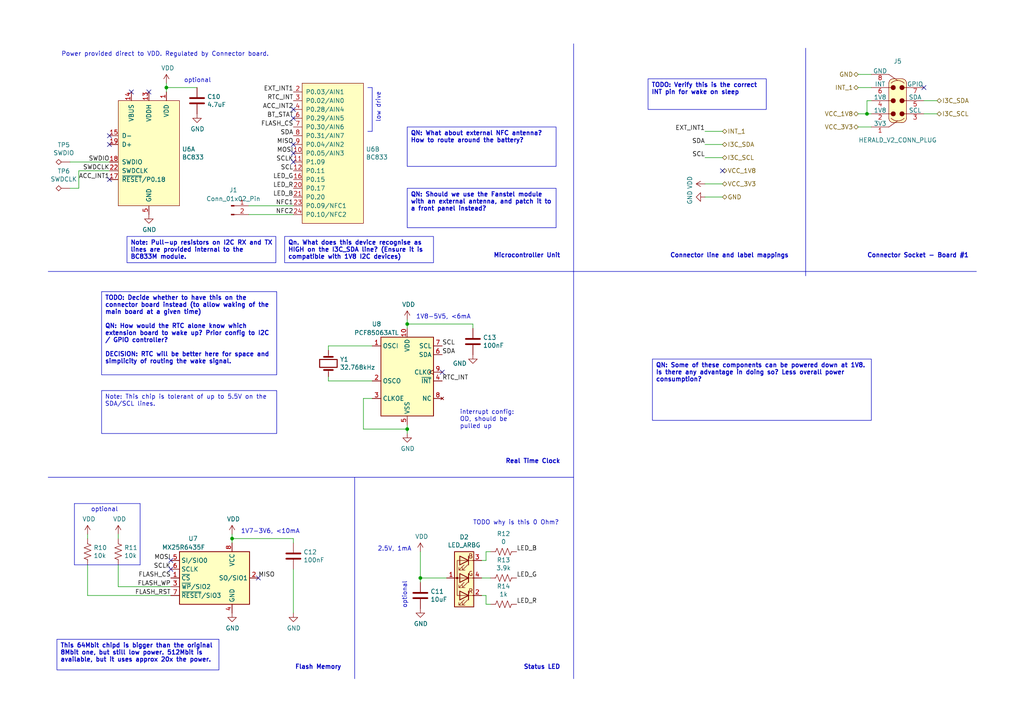
<source format=kicad_sch>
(kicad_sch (version 20230121) (generator eeschema)

  (uuid 5bb061db-6d19-4099-824e-9838ccc411ca)

  (paper "A4")

  (title_block
    (title "Basic Compute Board V1")
    (rev "1.0.0")
    (company "The Herald Project")
    (comment 1 "Copyright 2021-2023 All Rights Reserved")
    (comment 2 "Licensed under CERN OHL-P-V2")
  )

  (lib_symbols
    (symbol "Connector:Conn_01x02_Pin" (pin_names (offset 1.016) hide) (in_bom yes) (on_board yes)
      (property "Reference" "J" (at 0 2.54 0)
        (effects (font (size 1.27 1.27)))
      )
      (property "Value" "Conn_01x02_Pin" (at 0 -5.08 0)
        (effects (font (size 1.27 1.27)))
      )
      (property "Footprint" "" (at 0 0 0)
        (effects (font (size 1.27 1.27)) hide)
      )
      (property "Datasheet" "~" (at 0 0 0)
        (effects (font (size 1.27 1.27)) hide)
      )
      (property "ki_locked" "" (at 0 0 0)
        (effects (font (size 1.27 1.27)))
      )
      (property "ki_keywords" "connector" (at 0 0 0)
        (effects (font (size 1.27 1.27)) hide)
      )
      (property "ki_description" "Generic connector, single row, 01x02, script generated" (at 0 0 0)
        (effects (font (size 1.27 1.27)) hide)
      )
      (property "ki_fp_filters" "Connector*:*_1x??_*" (at 0 0 0)
        (effects (font (size 1.27 1.27)) hide)
      )
      (symbol "Conn_01x02_Pin_1_1"
        (polyline
          (pts
            (xy 1.27 -2.54)
            (xy 0.8636 -2.54)
          )
          (stroke (width 0.1524) (type default))
          (fill (type none))
        )
        (polyline
          (pts
            (xy 1.27 0)
            (xy 0.8636 0)
          )
          (stroke (width 0.1524) (type default))
          (fill (type none))
        )
        (rectangle (start 0.8636 -2.413) (end 0 -2.667)
          (stroke (width 0.1524) (type default))
          (fill (type outline))
        )
        (rectangle (start 0.8636 0.127) (end 0 -0.127)
          (stroke (width 0.1524) (type default))
          (fill (type outline))
        )
        (pin passive line (at 5.08 0 180) (length 3.81)
          (name "Pin_1" (effects (font (size 1.27 1.27))))
          (number "1" (effects (font (size 1.27 1.27))))
        )
        (pin passive line (at 5.08 -2.54 180) (length 3.81)
          (name "Pin_2" (effects (font (size 1.27 1.27))))
          (number "2" (effects (font (size 1.27 1.27))))
        )
      )
    )
    (symbol "Connector:TestPoint_Alt" (pin_numbers hide) (pin_names (offset 0.762) hide) (in_bom yes) (on_board yes)
      (property "Reference" "TP" (at 0 6.858 0)
        (effects (font (size 1.27 1.27)))
      )
      (property "Value" "TestPoint_Alt" (at 0 5.08 0)
        (effects (font (size 1.27 1.27)))
      )
      (property "Footprint" "" (at 5.08 0 0)
        (effects (font (size 1.27 1.27)) hide)
      )
      (property "Datasheet" "~" (at 5.08 0 0)
        (effects (font (size 1.27 1.27)) hide)
      )
      (property "ki_keywords" "test point tp" (at 0 0 0)
        (effects (font (size 1.27 1.27)) hide)
      )
      (property "ki_description" "test point (alternative shape)" (at 0 0 0)
        (effects (font (size 1.27 1.27)) hide)
      )
      (property "ki_fp_filters" "Pin* Test*" (at 0 0 0)
        (effects (font (size 1.27 1.27)) hide)
      )
      (symbol "TestPoint_Alt_0_1"
        (polyline
          (pts
            (xy 0 2.54)
            (xy -0.762 3.302)
            (xy 0 4.064)
            (xy 0.762 3.302)
            (xy 0 2.54)
          )
          (stroke (width 0) (type default))
          (fill (type none))
        )
      )
      (symbol "TestPoint_Alt_1_1"
        (pin passive line (at 0 0 90) (length 2.54)
          (name "1" (effects (font (size 1.27 1.27))))
          (number "1" (effects (font (size 1.27 1.27))))
        )
      )
    )
    (symbol "Device:C" (pin_numbers hide) (pin_names (offset 0.254)) (in_bom yes) (on_board yes)
      (property "Reference" "C" (at 0.635 2.54 0)
        (effects (font (size 1.27 1.27)) (justify left))
      )
      (property "Value" "C" (at 0.635 -2.54 0)
        (effects (font (size 1.27 1.27)) (justify left))
      )
      (property "Footprint" "" (at 0.9652 -3.81 0)
        (effects (font (size 1.27 1.27)) hide)
      )
      (property "Datasheet" "~" (at 0 0 0)
        (effects (font (size 1.27 1.27)) hide)
      )
      (property "ki_keywords" "cap capacitor" (at 0 0 0)
        (effects (font (size 1.27 1.27)) hide)
      )
      (property "ki_description" "Unpolarized capacitor" (at 0 0 0)
        (effects (font (size 1.27 1.27)) hide)
      )
      (property "ki_fp_filters" "C_*" (at 0 0 0)
        (effects (font (size 1.27 1.27)) hide)
      )
      (symbol "C_0_1"
        (polyline
          (pts
            (xy -2.032 -0.762)
            (xy 2.032 -0.762)
          )
          (stroke (width 0.508) (type default))
          (fill (type none))
        )
        (polyline
          (pts
            (xy -2.032 0.762)
            (xy 2.032 0.762)
          )
          (stroke (width 0.508) (type default))
          (fill (type none))
        )
      )
      (symbol "C_1_1"
        (pin passive line (at 0 3.81 270) (length 2.794)
          (name "~" (effects (font (size 1.27 1.27))))
          (number "1" (effects (font (size 1.27 1.27))))
        )
        (pin passive line (at 0 -3.81 90) (length 2.794)
          (name "~" (effects (font (size 1.27 1.27))))
          (number "2" (effects (font (size 1.27 1.27))))
        )
      )
    )
    (symbol "Device:Crystal" (pin_numbers hide) (pin_names (offset 1.016) hide) (in_bom yes) (on_board yes)
      (property "Reference" "Y" (at 0 3.81 0)
        (effects (font (size 1.27 1.27)))
      )
      (property "Value" "Crystal" (at 0 -3.81 0)
        (effects (font (size 1.27 1.27)))
      )
      (property "Footprint" "" (at 0 0 0)
        (effects (font (size 1.27 1.27)) hide)
      )
      (property "Datasheet" "~" (at 0 0 0)
        (effects (font (size 1.27 1.27)) hide)
      )
      (property "ki_keywords" "quartz ceramic resonator oscillator" (at 0 0 0)
        (effects (font (size 1.27 1.27)) hide)
      )
      (property "ki_description" "Two pin crystal" (at 0 0 0)
        (effects (font (size 1.27 1.27)) hide)
      )
      (property "ki_fp_filters" "Crystal*" (at 0 0 0)
        (effects (font (size 1.27 1.27)) hide)
      )
      (symbol "Crystal_0_1"
        (rectangle (start -1.143 2.54) (end 1.143 -2.54)
          (stroke (width 0.3048) (type default))
          (fill (type none))
        )
        (polyline
          (pts
            (xy -2.54 0)
            (xy -1.905 0)
          )
          (stroke (width 0) (type default))
          (fill (type none))
        )
        (polyline
          (pts
            (xy -1.905 -1.27)
            (xy -1.905 1.27)
          )
          (stroke (width 0.508) (type default))
          (fill (type none))
        )
        (polyline
          (pts
            (xy 1.905 -1.27)
            (xy 1.905 1.27)
          )
          (stroke (width 0.508) (type default))
          (fill (type none))
        )
        (polyline
          (pts
            (xy 2.54 0)
            (xy 1.905 0)
          )
          (stroke (width 0) (type default))
          (fill (type none))
        )
      )
      (symbol "Crystal_1_1"
        (pin passive line (at -3.81 0 0) (length 1.27)
          (name "1" (effects (font (size 1.27 1.27))))
          (number "1" (effects (font (size 1.27 1.27))))
        )
        (pin passive line (at 3.81 0 180) (length 1.27)
          (name "2" (effects (font (size 1.27 1.27))))
          (number "2" (effects (font (size 1.27 1.27))))
        )
      )
    )
    (symbol "Device:LED_ARBG" (pin_names (offset 0) hide) (in_bom yes) (on_board yes)
      (property "Reference" "D" (at 0 9.398 0)
        (effects (font (size 1.27 1.27)))
      )
      (property "Value" "LED_ARBG" (at 0 -8.89 0)
        (effects (font (size 1.27 1.27)))
      )
      (property "Footprint" "" (at 0 -1.27 0)
        (effects (font (size 1.27 1.27)) hide)
      )
      (property "Datasheet" "~" (at 0 -1.27 0)
        (effects (font (size 1.27 1.27)) hide)
      )
      (property "ki_keywords" "LED RGB diode" (at 0 0 0)
        (effects (font (size 1.27 1.27)) hide)
      )
      (property "ki_description" "RGB LED, anode/red/blue/green" (at 0 0 0)
        (effects (font (size 1.27 1.27)) hide)
      )
      (property "ki_fp_filters" "LED* LED_SMD:* LED_THT:*" (at 0 0 0)
        (effects (font (size 1.27 1.27)) hide)
      )
      (symbol "LED_ARBG_0_0"
        (text "B" (at -1.905 -6.35 0)
          (effects (font (size 1.27 1.27)))
        )
        (text "G" (at -1.905 -1.27 0)
          (effects (font (size 1.27 1.27)))
        )
        (text "R" (at -1.905 3.81 0)
          (effects (font (size 1.27 1.27)))
        )
      )
      (symbol "LED_ARBG_0_1"
        (polyline
          (pts
            (xy -1.27 -5.08)
            (xy -2.54 -5.08)
          )
          (stroke (width 0) (type default))
          (fill (type none))
        )
        (polyline
          (pts
            (xy -1.27 -5.08)
            (xy 1.27 -5.08)
          )
          (stroke (width 0) (type default))
          (fill (type none))
        )
        (polyline
          (pts
            (xy -1.27 -3.81)
            (xy -1.27 -6.35)
          )
          (stroke (width 0.254) (type default))
          (fill (type none))
        )
        (polyline
          (pts
            (xy -1.27 0)
            (xy -2.54 0)
          )
          (stroke (width 0) (type default))
          (fill (type none))
        )
        (polyline
          (pts
            (xy -1.27 1.27)
            (xy -1.27 -1.27)
          )
          (stroke (width 0.254) (type default))
          (fill (type none))
        )
        (polyline
          (pts
            (xy -1.27 5.08)
            (xy -2.54 5.08)
          )
          (stroke (width 0) (type default))
          (fill (type none))
        )
        (polyline
          (pts
            (xy -1.27 5.08)
            (xy 1.27 5.08)
          )
          (stroke (width 0) (type default))
          (fill (type none))
        )
        (polyline
          (pts
            (xy -1.27 6.35)
            (xy -1.27 3.81)
          )
          (stroke (width 0.254) (type default))
          (fill (type none))
        )
        (polyline
          (pts
            (xy 1.27 0)
            (xy -1.27 0)
          )
          (stroke (width 0) (type default))
          (fill (type none))
        )
        (polyline
          (pts
            (xy 1.27 0)
            (xy 2.54 0)
          )
          (stroke (width 0) (type default))
          (fill (type none))
        )
        (polyline
          (pts
            (xy -1.27 1.27)
            (xy -1.27 -1.27)
            (xy -1.27 -1.27)
          )
          (stroke (width 0) (type default))
          (fill (type none))
        )
        (polyline
          (pts
            (xy -1.27 6.35)
            (xy -1.27 3.81)
            (xy -1.27 3.81)
          )
          (stroke (width 0) (type default))
          (fill (type none))
        )
        (polyline
          (pts
            (xy 1.27 -5.08)
            (xy 2.032 -5.08)
            (xy 2.032 5.08)
            (xy 1.27 5.08)
          )
          (stroke (width 0) (type default))
          (fill (type none))
        )
        (polyline
          (pts
            (xy 1.27 -3.81)
            (xy 1.27 -6.35)
            (xy -1.27 -5.08)
            (xy 1.27 -3.81)
          )
          (stroke (width 0.254) (type default))
          (fill (type none))
        )
        (polyline
          (pts
            (xy 1.27 1.27)
            (xy 1.27 -1.27)
            (xy -1.27 0)
            (xy 1.27 1.27)
          )
          (stroke (width 0.254) (type default))
          (fill (type none))
        )
        (polyline
          (pts
            (xy 1.27 6.35)
            (xy 1.27 3.81)
            (xy -1.27 5.08)
            (xy 1.27 6.35)
          )
          (stroke (width 0.254) (type default))
          (fill (type none))
        )
        (polyline
          (pts
            (xy -1.016 -3.81)
            (xy 0.508 -2.286)
            (xy -0.254 -2.286)
            (xy 0.508 -2.286)
            (xy 0.508 -3.048)
          )
          (stroke (width 0) (type default))
          (fill (type none))
        )
        (polyline
          (pts
            (xy -1.016 1.27)
            (xy 0.508 2.794)
            (xy -0.254 2.794)
            (xy 0.508 2.794)
            (xy 0.508 2.032)
          )
          (stroke (width 0) (type default))
          (fill (type none))
        )
        (polyline
          (pts
            (xy -1.016 6.35)
            (xy 0.508 7.874)
            (xy -0.254 7.874)
            (xy 0.508 7.874)
            (xy 0.508 7.112)
          )
          (stroke (width 0) (type default))
          (fill (type none))
        )
        (polyline
          (pts
            (xy 0 -3.81)
            (xy 1.524 -2.286)
            (xy 0.762 -2.286)
            (xy 1.524 -2.286)
            (xy 1.524 -3.048)
          )
          (stroke (width 0) (type default))
          (fill (type none))
        )
        (polyline
          (pts
            (xy 0 1.27)
            (xy 1.524 2.794)
            (xy 0.762 2.794)
            (xy 1.524 2.794)
            (xy 1.524 2.032)
          )
          (stroke (width 0) (type default))
          (fill (type none))
        )
        (polyline
          (pts
            (xy 0 6.35)
            (xy 1.524 7.874)
            (xy 0.762 7.874)
            (xy 1.524 7.874)
            (xy 1.524 7.112)
          )
          (stroke (width 0) (type default))
          (fill (type none))
        )
        (rectangle (start 1.27 -1.27) (end 1.27 1.27)
          (stroke (width 0) (type default))
          (fill (type none))
        )
        (rectangle (start 1.27 1.27) (end 1.27 1.27)
          (stroke (width 0) (type default))
          (fill (type none))
        )
        (rectangle (start 1.27 3.81) (end 1.27 6.35)
          (stroke (width 0) (type default))
          (fill (type none))
        )
        (rectangle (start 1.27 6.35) (end 1.27 6.35)
          (stroke (width 0) (type default))
          (fill (type none))
        )
        (circle (center 2.032 0) (radius 0.254)
          (stroke (width 0) (type default))
          (fill (type outline))
        )
        (rectangle (start 2.794 8.382) (end -2.794 -7.62)
          (stroke (width 0.254) (type default))
          (fill (type background))
        )
      )
      (symbol "LED_ARBG_1_1"
        (pin passive line (at 5.08 0 180) (length 2.54)
          (name "A" (effects (font (size 1.27 1.27))))
          (number "1" (effects (font (size 1.27 1.27))))
        )
        (pin passive line (at -5.08 5.08 0) (length 2.54)
          (name "RK" (effects (font (size 1.27 1.27))))
          (number "2" (effects (font (size 1.27 1.27))))
        )
        (pin passive line (at -5.08 -5.08 0) (length 2.54)
          (name "BK" (effects (font (size 1.27 1.27))))
          (number "3" (effects (font (size 1.27 1.27))))
        )
        (pin passive line (at -5.08 0 0) (length 2.54)
          (name "GK" (effects (font (size 1.27 1.27))))
          (number "4" (effects (font (size 1.27 1.27))))
        )
      )
    )
    (symbol "Device:R_US" (pin_numbers hide) (pin_names (offset 0)) (in_bom yes) (on_board yes)
      (property "Reference" "R" (at 2.54 0 90)
        (effects (font (size 1.27 1.27)))
      )
      (property "Value" "R_US" (at -2.54 0 90)
        (effects (font (size 1.27 1.27)))
      )
      (property "Footprint" "" (at 1.016 -0.254 90)
        (effects (font (size 1.27 1.27)) hide)
      )
      (property "Datasheet" "~" (at 0 0 0)
        (effects (font (size 1.27 1.27)) hide)
      )
      (property "ki_keywords" "R res resistor" (at 0 0 0)
        (effects (font (size 1.27 1.27)) hide)
      )
      (property "ki_description" "Resistor, US symbol" (at 0 0 0)
        (effects (font (size 1.27 1.27)) hide)
      )
      (property "ki_fp_filters" "R_*" (at 0 0 0)
        (effects (font (size 1.27 1.27)) hide)
      )
      (symbol "R_US_0_1"
        (polyline
          (pts
            (xy 0 -2.286)
            (xy 0 -2.54)
          )
          (stroke (width 0) (type default))
          (fill (type none))
        )
        (polyline
          (pts
            (xy 0 2.286)
            (xy 0 2.54)
          )
          (stroke (width 0) (type default))
          (fill (type none))
        )
        (polyline
          (pts
            (xy 0 -0.762)
            (xy 1.016 -1.143)
            (xy 0 -1.524)
            (xy -1.016 -1.905)
            (xy 0 -2.286)
          )
          (stroke (width 0) (type default))
          (fill (type none))
        )
        (polyline
          (pts
            (xy 0 0.762)
            (xy 1.016 0.381)
            (xy 0 0)
            (xy -1.016 -0.381)
            (xy 0 -0.762)
          )
          (stroke (width 0) (type default))
          (fill (type none))
        )
        (polyline
          (pts
            (xy 0 2.286)
            (xy 1.016 1.905)
            (xy 0 1.524)
            (xy -1.016 1.143)
            (xy 0 0.762)
          )
          (stroke (width 0) (type default))
          (fill (type none))
        )
      )
      (symbol "R_US_1_1"
        (pin passive line (at 0 3.81 270) (length 1.27)
          (name "~" (effects (font (size 1.27 1.27))))
          (number "1" (effects (font (size 1.27 1.27))))
        )
        (pin passive line (at 0 -3.81 90) (length 1.27)
          (name "~" (effects (font (size 1.27 1.27))))
          (number "2" (effects (font (size 1.27 1.27))))
        )
      )
    )
    (symbol "Herald_Extras:BC833" (pin_names (offset 1.016)) (in_bom yes) (on_board yes)
      (property "Reference" "U" (at 12.7 1.27 0)
        (effects (font (size 1.27 1.27)))
      )
      (property "Value" "BC833" (at 12.7 -1.27 0)
        (effects (font (size 1.27 1.27)))
      )
      (property "Footprint" "Herald_Extras:Fanstel_BC833x" (at 12.7 3.81 0)
        (effects (font (size 1.27 1.27)) hide)
      )
      (property "Datasheet" "https://www.fanstel.com/s/BC833M_Product_Specifications-4ep6.pdf" (at -15.24 10.16 0)
        (effects (font (size 1.27 1.27)) hide)
      )
      (property "ki_locked" "" (at 0 0 0)
        (effects (font (size 1.27 1.27)))
      )
      (property "ki_keywords" "bc833 nrf52 nrf52833" (at 0 0 0)
        (effects (font (size 1.27 1.27)) hide)
      )
      (property "ki_description" "Fanstel BC833M/E Compact nRF52833 Module, PCB/U.FL Antenna" (at 0 0 0)
        (effects (font (size 1.27 1.27)) hide)
      )
      (property "ki_fp_filters" "BC833*" (at 0 0 0)
        (effects (font (size 1.27 1.27)) hide)
      )
      (symbol "BC833_1_1"
        (rectangle (start -8.89 15.24) (end 8.89 -15.24)
          (stroke (width 0) (type solid))
          (fill (type background))
        )
        (pin power_in line (at 5.08 17.78 270) (length 2.54)
          (name "VDD" (effects (font (size 1.27 1.27))))
          (number "1" (effects (font (size 1.27 1.27))))
        )
        (pin power_in line (at 0 17.78 270) (length 2.54)
          (name "VDDH" (effects (font (size 1.27 1.27))))
          (number "13" (effects (font (size 1.27 1.27))))
        )
        (pin power_in line (at -5.08 17.78 270) (length 2.54)
          (name "VBUS" (effects (font (size 1.27 1.27))))
          (number "14" (effects (font (size 1.27 1.27))))
        )
        (pin bidirectional line (at -11.43 5.08 0) (length 2.54)
          (name "D-" (effects (font (size 1.27 1.27))))
          (number "15" (effects (font (size 1.27 1.27))))
        )
        (pin input line (at -11.43 -7.62 0) (length 2.54)
          (name "~{RESET}/P0.18" (effects (font (size 1.27 1.27))))
          (number "17" (effects (font (size 1.27 1.27))))
        )
        (pin bidirectional line (at -11.43 -2.54 0) (length 2.54)
          (name "SWDIO" (effects (font (size 1.27 1.27))))
          (number "18" (effects (font (size 1.27 1.27))))
        )
        (pin bidirectional line (at -11.43 2.54 0) (length 2.54)
          (name "D+" (effects (font (size 1.27 1.27))))
          (number "19" (effects (font (size 1.27 1.27))))
        )
        (pin input line (at -11.43 -5.08 0) (length 2.54)
          (name "SWDCLK" (effects (font (size 1.27 1.27))))
          (number "22" (effects (font (size 1.27 1.27))))
        )
        (pin power_in line (at 0 -17.78 90) (length 2.54) hide
          (name "GND" (effects (font (size 1.27 1.27))))
          (number "25" (effects (font (size 1.27 1.27))))
        )
        (pin power_in line (at 0 -17.78 90) (length 2.54) hide
          (name "GND" (effects (font (size 1.27 1.27))))
          (number "26" (effects (font (size 1.27 1.27))))
        )
        (pin power_in line (at 0 -17.78 90) (length 2.54) hide
          (name "GND" (effects (font (size 1.27 1.27))))
          (number "27" (effects (font (size 1.27 1.27))))
        )
        (pin power_in line (at 0 -17.78 90) (length 2.54) hide
          (name "GND" (effects (font (size 1.27 1.27))))
          (number "28" (effects (font (size 1.27 1.27))))
        )
        (pin power_in line (at 0 -17.78 90) (length 2.54)
          (name "GND" (effects (font (size 1.27 1.27))))
          (number "5" (effects (font (size 1.27 1.27))))
        )
      )
      (symbol "BC833_2_1"
        (rectangle (start -8.89 20.32) (end 8.89 -20.32)
          (stroke (width 0) (type solid))
          (fill (type background))
        )
        (pin bidirectional line (at -11.43 0 0) (length 2.54)
          (name "P0.05/AIN3" (effects (font (size 1.27 1.27))))
          (number "10" (effects (font (size 1.27 1.27))))
        )
        (pin bidirectional line (at -11.43 -2.54 0) (length 2.54)
          (name "P1.09" (effects (font (size 1.27 1.27))))
          (number "11" (effects (font (size 1.27 1.27))))
        )
        (pin bidirectional line (at -11.43 -5.08 0) (length 2.54)
          (name "P0.11" (effects (font (size 1.27 1.27))))
          (number "12" (effects (font (size 1.27 1.27))))
        )
        (pin bidirectional line (at -11.43 -7.62 0) (length 2.54)
          (name "P0.15" (effects (font (size 1.27 1.27))))
          (number "16" (effects (font (size 1.27 1.27))))
        )
        (pin bidirectional line (at -11.43 17.78 0) (length 2.54)
          (name "P0.03/AIN1" (effects (font (size 1.27 1.27))))
          (number "2" (effects (font (size 1.27 1.27))))
        )
        (pin bidirectional line (at -11.43 -10.16 0) (length 2.54)
          (name "P0.17" (effects (font (size 1.27 1.27))))
          (number "20" (effects (font (size 1.27 1.27))))
        )
        (pin bidirectional line (at -11.43 -12.7 0) (length 2.54)
          (name "P0.20" (effects (font (size 1.27 1.27))))
          (number "21" (effects (font (size 1.27 1.27))))
        )
        (pin bidirectional line (at -11.43 -15.24 0) (length 2.54)
          (name "P0.09/NFC1" (effects (font (size 1.27 1.27))))
          (number "23" (effects (font (size 1.27 1.27))))
        )
        (pin bidirectional line (at -11.43 -17.78 0) (length 2.54)
          (name "P0.10/NFC2" (effects (font (size 1.27 1.27))))
          (number "24" (effects (font (size 1.27 1.27))))
        )
        (pin bidirectional line (at -11.43 15.24 0) (length 2.54)
          (name "P0.02/AIN0" (effects (font (size 1.27 1.27))))
          (number "3" (effects (font (size 1.27 1.27))))
        )
        (pin bidirectional line (at -11.43 12.7 0) (length 2.54)
          (name "P0.28/AIN4" (effects (font (size 1.27 1.27))))
          (number "4" (effects (font (size 1.27 1.27))))
        )
        (pin bidirectional line (at -11.43 10.16 0) (length 2.54)
          (name "P0.29/AIN5" (effects (font (size 1.27 1.27))))
          (number "6" (effects (font (size 1.27 1.27))))
        )
        (pin bidirectional line (at -11.43 7.62 0) (length 2.54)
          (name "P0.30/AIN6" (effects (font (size 1.27 1.27))))
          (number "7" (effects (font (size 1.27 1.27))))
        )
        (pin bidirectional line (at -11.43 5.08 0) (length 2.54)
          (name "P0.31/AIN7" (effects (font (size 1.27 1.27))))
          (number "8" (effects (font (size 1.27 1.27))))
        )
        (pin bidirectional line (at -11.43 2.54 0) (length 2.54)
          (name "P0.04/AIN2" (effects (font (size 1.27 1.27))))
          (number "9" (effects (font (size 1.27 1.27))))
        )
      )
    )
    (symbol "Herald_Extras:HERALD_V2_CONN_PLUG" (pin_names (offset 0)) (in_bom yes) (on_board yes)
      (property "Reference" "J" (at 0 11.43 0)
        (effects (font (size 1.27 1.27)))
      )
      (property "Value" "HERALD_V2_CONN_PLUG" (at 0 -11.43 0)
        (effects (font (size 1.27 1.27)))
      )
      (property "Footprint" "" (at 0 3.81 0)
        (effects (font (size 1.27 1.27)) hide)
      )
      (property "Datasheet" "https://ele.kyocera.com/assets/products/connector/specification/201035861003.pdf" (at 1.27 -15.24 0)
        (effects (font (size 1.27 1.27)) hide)
      )
      (property "ki_keywords" "kyocera, 245861006004829+, 5861, herald, plug" (at 0 0 0)
        (effects (font (size 1.27 1.27)) hide)
      )
      (property "ki_description" "Herald extension boards plug connector. Kyocera 245861006004829+" (at 0 0 0)
        (effects (font (size 1.27 1.27)) hide)
      )
      (symbol "HERALD_V2_CONN_PLUG_0_1"
        (polyline
          (pts
            (xy -2.54 -7.62)
            (xy 0 -5.842)
          )
          (stroke (width 0) (type default))
          (fill (type none))
        )
        (polyline
          (pts
            (xy -2.54 -3.81)
            (xy -1.905 -3.81)
          )
          (stroke (width 0) (type default))
          (fill (type none))
        )
        (polyline
          (pts
            (xy -2.54 0)
            (xy -1.905 0)
          )
          (stroke (width 0) (type default))
          (fill (type none))
        )
        (polyline
          (pts
            (xy -2.54 3.81)
            (xy -1.905 3.81)
          )
          (stroke (width 0) (type default))
          (fill (type none))
        )
        (polyline
          (pts
            (xy -2.54 7.62)
            (xy 0 5.842)
          )
          (stroke (width 0) (type default))
          (fill (type none))
        )
        (polyline
          (pts
            (xy 2.54 -3.81)
            (xy 1.905 -3.81)
          )
          (stroke (width 0) (type default))
          (fill (type none))
        )
        (polyline
          (pts
            (xy 2.54 0)
            (xy 1.905 0)
          )
          (stroke (width 0) (type default))
          (fill (type none))
        )
        (polyline
          (pts
            (xy 2.54 3.81)
            (xy 1.905 3.81)
          )
          (stroke (width 0) (type default))
          (fill (type none))
        )
      )
      (symbol "HERALD_V2_CONN_PLUG_1_1"
        (arc (start -2.54 -5.08) (mid -2.168 -5.978) (end -1.27 -6.35)
          (stroke (width 0) (type default))
          (fill (type background))
        )
        (rectangle (start -2.54 5.08) (end 2.54 -5.08)
          (stroke (width -0.0001) (type default))
          (fill (type background))
        )
        (arc (start -1.905 -5.08) (mid 0 -5.8677) (end 1.905 -5.08)
          (stroke (width 0) (type default))
          (fill (type none))
        )
        (rectangle (start -1.27 -5.08) (end 1.27 -6.35)
          (stroke (width -0.0001) (type default))
          (fill (type background))
        )
        (circle (center -1.27 -3.81) (radius 0.635)
          (stroke (width 0) (type default))
          (fill (type outline))
        )
        (circle (center -1.27 0) (radius 0.635)
          (stroke (width 0) (type default))
          (fill (type outline))
        )
        (circle (center -1.27 3.81) (radius 0.635)
          (stroke (width 0) (type default))
          (fill (type outline))
        )
        (arc (start -1.27 6.35) (mid -2.168 5.978) (end -2.54 5.08)
          (stroke (width 0) (type default))
          (fill (type background))
        )
        (rectangle (start -1.27 6.35) (end 1.27 5.08)
          (stroke (width -0.0001) (type default))
          (fill (type background))
        )
        (polyline
          (pts
            (xy -2.54 5.08)
            (xy -2.54 -5.08)
          )
          (stroke (width 0) (type default))
          (fill (type none))
        )
        (polyline
          (pts
            (xy -1.27 -6.35)
            (xy 1.27 -6.35)
          )
          (stroke (width 0) (type default))
          (fill (type none))
        )
        (polyline
          (pts
            (xy -1.27 6.35)
            (xy 1.27 6.35)
          )
          (stroke (width 0) (type default))
          (fill (type none))
        )
        (polyline
          (pts
            (xy 2.54 -5.08)
            (xy 2.54 5.08)
          )
          (stroke (width 0) (type default))
          (fill (type none))
        )
        (arc (start 1.27 -6.35) (mid 2.168 -5.978) (end 2.54 -5.08)
          (stroke (width 0) (type default))
          (fill (type background))
        )
        (circle (center 1.27 -3.81) (radius 0.635)
          (stroke (width 0) (type default))
          (fill (type outline))
        )
        (circle (center 1.27 0) (radius 0.635)
          (stroke (width 0) (type default))
          (fill (type outline))
        )
        (circle (center 1.27 3.81) (radius 0.635)
          (stroke (width 0) (type default))
          (fill (type outline))
        )
        (arc (start 1.905 5.0841) (mid 0 5.872) (end -1.905 5.0841)
          (stroke (width 0) (type default))
          (fill (type none))
        )
        (arc (start 2.54 5.08) (mid 2.168 5.978) (end 1.27 6.35)
          (stroke (width 0) (type default))
          (fill (type background))
        )
        (text private "Note: Signal (and 1V8 pins) are each max 0.5A, 3V3 and GND are both max 5A" (at 1.27 -22.86 0)
          (effects (font (face "KiCad Font") (size 1.27 1.27)))
        )
        (text private "Note: You MUST join both 1V8 pins together immediately to allow greater current." (at 1.27 -19.05 0)
          (effects (font (face "KiCad Font") (size 1.27 1.27)))
        )
        (pin passive line (at -7.62 -7.62 0) (length 5.08)
          (name "3V3" (effects (font (size 1.27 1.27))))
          (number "1" (effects (font (size 1.27 1.27))))
        )
        (pin passive line (at -7.62 -3.81 0) (length 5.08)
          (name "1V8" (effects (font (size 1.27 1.27))))
          (number "2" (effects (font (size 1.27 1.27))))
        )
        (pin passive line (at 7.62 -3.81 180) (length 5.08)
          (name "SCL" (effects (font (size 1.27 1.27))))
          (number "3" (effects (font (size 1.27 1.27))))
        )
        (pin passive line (at -7.62 0 0) (length 5.08)
          (name "1V8" (effects (font (size 1.27 1.27))))
          (number "4" (effects (font (size 1.27 1.27))))
        )
        (pin bidirectional line (at 7.62 0 180) (length 5.08)
          (name "SDA" (effects (font (size 1.27 1.27))))
          (number "5" (effects (font (size 1.27 1.27))))
        )
        (pin bidirectional line (at -7.62 3.81 0) (length 5.08)
          (name "INT" (effects (font (size 1.27 1.27))))
          (number "6" (effects (font (size 1.27 1.27))))
        )
        (pin bidirectional line (at 7.62 3.81 180) (length 5.08)
          (name "GPIO" (effects (font (size 1.27 1.27))))
          (number "7" (effects (font (size 1.27 1.27))))
        )
        (pin passive line (at -7.62 7.62 0) (length 5.08)
          (name "GND" (effects (font (size 1.27 1.27))))
          (number "8" (effects (font (size 1.27 1.27))))
        )
      )
    )
    (symbol "Herald_Extras:MX25R8035FZxxx0" (in_bom yes) (on_board yes)
      (property "Reference" "U" (at -6.35 11.43 0)
        (effects (font (size 1.27 1.27)))
      )
      (property "Value" "MX25R8035FZxxx0" (at -6.35 8.89 0)
        (effects (font (size 1.27 1.27)))
      )
      (property "Footprint" "" (at 0 -15.24 0)
        (effects (font (size 1.27 1.27)) hide)
      )
      (property "Datasheet" "https://www.macronix.com/Lists/Datasheet/Attachments/7934/MX25R8035F,%20Wide%20Range,%208Mb,%20v1.6.pdf" (at 0 0 0)
        (effects (font (size 1.27 1.27)) hide)
      )
      (property "ki_keywords" "flash 1.65V-3.6V" (at 0 0 0)
        (effects (font (size 1.27 1.27)) hide)
      )
      (property "ki_description" "8-Mbit, Ultra-low Power, Wide Range VCC, Serial Flash Memory, Reset Pin, USON-8/WSON-8" (at 0 0 0)
        (effects (font (size 1.27 1.27)) hide)
      )
      (property "ki_fp_filters" "WSON-8*1EP*6x5mm*P1.27mm* USON-8*2x3mm*P0.5mm*" (at 0 0 0)
        (effects (font (size 1.27 1.27)) hide)
      )
      (symbol "MX25R8035FZxxx0_1_1"
        (rectangle (start -10.16 7.62) (end 10.16 -7.62)
          (stroke (width 0.254) (type solid))
          (fill (type background))
        )
        (pin input line (at -12.7 0 0) (length 2.54)
          (name "~{CS}" (effects (font (size 1.27 1.27))))
          (number "1" (effects (font (size 1.27 1.27))))
        )
        (pin bidirectional line (at 12.7 0 180) (length 2.54)
          (name "SO/SIO1" (effects (font (size 1.27 1.27))))
          (number "2" (effects (font (size 1.27 1.27))))
        )
        (pin bidirectional line (at -12.7 -2.54 0) (length 2.54)
          (name "~{WP}/SIO2" (effects (font (size 1.27 1.27))))
          (number "3" (effects (font (size 1.27 1.27))))
        )
        (pin power_in line (at 5.08 -10.16 90) (length 2.54)
          (name "GND" (effects (font (size 1.27 1.27))))
          (number "4" (effects (font (size 1.27 1.27))))
        )
        (pin bidirectional line (at -12.7 5.08 0) (length 2.54)
          (name "SI/SIO0" (effects (font (size 1.27 1.27))))
          (number "5" (effects (font (size 1.27 1.27))))
        )
        (pin input line (at -12.7 2.54 0) (length 2.54)
          (name "SCLK" (effects (font (size 1.27 1.27))))
          (number "6" (effects (font (size 1.27 1.27))))
        )
        (pin bidirectional line (at -12.7 -5.08 0) (length 2.54)
          (name "~{RESET}/SIO3" (effects (font (size 1.27 1.27))))
          (number "7" (effects (font (size 1.27 1.27))))
        )
        (pin power_in line (at 5.08 10.16 270) (length 2.54)
          (name "VCC" (effects (font (size 1.27 1.27))))
          (number "8" (effects (font (size 1.27 1.27))))
        )
        (pin passive line (at 5.08 -10.16 90) (length 2.54) hide
          (name "GND" (effects (font (size 1.27 1.27))))
          (number "EP" (effects (font (size 1.27 1.27))))
        )
      )
    )
    (symbol "Herald_Extras:PCF85063ATL" (in_bom yes) (on_board yes)
      (property "Reference" "U" (at -7.62 12.7 0)
        (effects (font (size 1.27 1.27)) (justify left))
      )
      (property "Value" "PCF85063ATL" (at 2.54 12.7 0)
        (effects (font (size 1.27 1.27)) (justify left))
      )
      (property "Footprint" "Herald_Extras:DFN-10-1EP_2.6x2.6mm_P0.5mm_EP1.25x2.15mm" (at 0 24.13 0)
        (effects (font (size 1.27 1.27)) hide)
      )
      (property "Datasheet" "https://www.nxp.com/docs/en/data-sheet/PCF85063A.pdf" (at 0 3.81 0)
        (effects (font (size 1.27 1.27)) hide)
      )
      (property "ki_keywords" "I2C RTC Clock Calendar" (at 0 0 0)
        (effects (font (size 1.27 1.27)) hide)
      )
      (property "ki_description" "Realtime Clock/Calendar I2C Interface, DFN-10" (at 0 0 0)
        (effects (font (size 1.27 1.27)) hide)
      )
      (property "ki_fp_filters" "DFN-10*2.6x2.6mm*P0.5*" (at 0 0 0)
        (effects (font (size 1.27 1.27)) hide)
      )
      (symbol "PCF85063ATL_0_1"
        (rectangle (start -7.62 11.43) (end 7.62 -11.43)
          (stroke (width 0.254) (type solid))
          (fill (type background))
        )
      )
      (symbol "PCF85063ATL_1_1"
        (pin input line (at -10.16 8.89 0) (length 2.54)
          (name "OSCI" (effects (font (size 1.27 1.27))))
          (number "1" (effects (font (size 1.27 1.27))))
        )
        (pin power_in line (at 0 13.97 270) (length 2.54)
          (name "VDD" (effects (font (size 1.27 1.27))))
          (number "10" (effects (font (size 1.27 1.27))))
        )
        (pin output line (at -10.16 -1.27 0) (length 2.54)
          (name "OSCO" (effects (font (size 1.27 1.27))))
          (number "2" (effects (font (size 1.27 1.27))))
        )
        (pin input line (at -10.16 -6.35 0) (length 2.54)
          (name "CLKOE" (effects (font (size 1.27 1.27))))
          (number "3" (effects (font (size 1.27 1.27))))
        )
        (pin output line (at 10.16 -1.27 180) (length 2.54)
          (name "~{INT}" (effects (font (size 1.27 1.27))))
          (number "4" (effects (font (size 1.27 1.27))))
        )
        (pin power_in line (at 0 -13.97 90) (length 2.54)
          (name "VSS" (effects (font (size 1.27 1.27))))
          (number "5" (effects (font (size 1.27 1.27))))
        )
        (pin bidirectional line (at 10.16 6.35 180) (length 2.54)
          (name "SDA" (effects (font (size 1.27 1.27))))
          (number "6" (effects (font (size 1.27 1.27))))
        )
        (pin input line (at 10.16 8.89 180) (length 2.54)
          (name "SCL" (effects (font (size 1.27 1.27))))
          (number "7" (effects (font (size 1.27 1.27))))
        )
        (pin no_connect line (at 10.16 -6.35 180) (length 2.54)
          (name "NC" (effects (font (size 1.27 1.27))))
          (number "8" (effects (font (size 1.27 1.27))))
        )
        (pin output clock (at 10.16 1.27 180) (length 2.54)
          (name "CLKO" (effects (font (size 1.27 1.27))))
          (number "9" (effects (font (size 1.27 1.27))))
        )
        (pin no_connect line (at 10.16 -8.89 180) (length 2.54) hide
          (name "EP" (effects (font (size 1.27 1.27))))
          (number "EP" (effects (font (size 1.27 1.27))))
        )
      )
    )
    (symbol "power:GND" (power) (pin_names (offset 0)) (in_bom yes) (on_board yes)
      (property "Reference" "#PWR" (at 0 -6.35 0)
        (effects (font (size 1.27 1.27)) hide)
      )
      (property "Value" "GND" (at 0 -3.81 0)
        (effects (font (size 1.27 1.27)))
      )
      (property "Footprint" "" (at 0 0 0)
        (effects (font (size 1.27 1.27)) hide)
      )
      (property "Datasheet" "" (at 0 0 0)
        (effects (font (size 1.27 1.27)) hide)
      )
      (property "ki_keywords" "global power" (at 0 0 0)
        (effects (font (size 1.27 1.27)) hide)
      )
      (property "ki_description" "Power symbol creates a global label with name \"GND\" , ground" (at 0 0 0)
        (effects (font (size 1.27 1.27)) hide)
      )
      (symbol "GND_0_1"
        (polyline
          (pts
            (xy 0 0)
            (xy 0 -1.27)
            (xy 1.27 -1.27)
            (xy 0 -2.54)
            (xy -1.27 -1.27)
            (xy 0 -1.27)
          )
          (stroke (width 0) (type default))
          (fill (type none))
        )
      )
      (symbol "GND_1_1"
        (pin power_in line (at 0 0 270) (length 0) hide
          (name "GND" (effects (font (size 1.27 1.27))))
          (number "1" (effects (font (size 1.27 1.27))))
        )
      )
    )
    (symbol "power:VDD" (power) (pin_names (offset 0)) (in_bom yes) (on_board yes)
      (property "Reference" "#PWR" (at 0 -3.81 0)
        (effects (font (size 1.27 1.27)) hide)
      )
      (property "Value" "VDD" (at 0 3.81 0)
        (effects (font (size 1.27 1.27)))
      )
      (property "Footprint" "" (at 0 0 0)
        (effects (font (size 1.27 1.27)) hide)
      )
      (property "Datasheet" "" (at 0 0 0)
        (effects (font (size 1.27 1.27)) hide)
      )
      (property "ki_keywords" "global power" (at 0 0 0)
        (effects (font (size 1.27 1.27)) hide)
      )
      (property "ki_description" "Power symbol creates a global label with name \"VDD\"" (at 0 0 0)
        (effects (font (size 1.27 1.27)) hide)
      )
      (symbol "VDD_0_1"
        (polyline
          (pts
            (xy -0.762 1.27)
            (xy 0 2.54)
          )
          (stroke (width 0) (type default))
          (fill (type none))
        )
        (polyline
          (pts
            (xy 0 0)
            (xy 0 2.54)
          )
          (stroke (width 0) (type default))
          (fill (type none))
        )
        (polyline
          (pts
            (xy 0 2.54)
            (xy 0.762 1.27)
          )
          (stroke (width 0) (type default))
          (fill (type none))
        )
      )
      (symbol "VDD_1_1"
        (pin power_in line (at 0 0 90) (length 0) hide
          (name "VDD" (effects (font (size 1.27 1.27))))
          (number "1" (effects (font (size 1.27 1.27))))
        )
      )
    )
  )

  (junction (at 67.31 156.21) (diameter 0) (color 0 0 0 0)
    (uuid 2bd5e362-e4d0-4fcb-82fe-4264c4aeb4cc)
  )
  (junction (at 251.46 33.02) (diameter 0) (color 0 0 0 0)
    (uuid 426589dc-d6d0-4f02-ac0d-c8f098ee2ac1)
  )
  (junction (at 48.26 25.4) (diameter 0) (color 0 0 0 0)
    (uuid 5b026907-92b4-4b55-9c4c-a54e2de3b54e)
  )
  (junction (at 118.11 124.46) (diameter 0) (color 0 0 0 0)
    (uuid 6b422702-d647-43e4-852d-f9080eb0f62a)
  )
  (junction (at 121.92 167.64) (diameter 0) (color 0 0 0 0)
    (uuid 9f9324a4-a244-47e6-9df8-39288d77388b)
  )
  (junction (at 118.11 93.98) (diameter 0) (color 0 0 0 0)
    (uuid f2fa33f0-2468-4ce3-b343-627a04e9a5bc)
  )

  (no_connect (at 43.18 26.67) (uuid 0fd3541e-1474-4560-a200-0861913362af))
  (no_connect (at 31.75 52.07) (uuid 1be488d7-b312-4d49-a687-59871d89d610))
  (no_connect (at 267.97 25.4) (uuid 208ad792-a85a-414d-b2e1-5c4fe439ac49))
  (no_connect (at 31.75 41.91) (uuid 228d5f4f-0508-4abd-8a59-91711382b7ab))
  (no_connect (at 31.75 39.37) (uuid 27ad30de-de49-495a-a2a8-b02abe6557ed))
  (no_connect (at 49.53 162.56) (uuid 28c977d9-0b1b-4f0b-b7ea-40f4e34a8bfc))
  (no_connect (at 49.53 165.1) (uuid 31035d3d-f785-4688-86e8-210b0ea961e0))
  (no_connect (at 85.09 44.45) (uuid 35093377-b013-480d-b967-ff4a438dbe02))
  (no_connect (at 85.09 41.91) (uuid 4d3047b7-cc11-4b5f-8a66-8b5d82966780))
  (no_connect (at 74.93 167.64) (uuid 5bd3d310-c703-4e0a-84fe-97ecb81d4417))
  (no_connect (at 209.55 49.53) (uuid 5f5f889e-0480-4678-9deb-388f37defd05))
  (no_connect (at 128.27 107.95) (uuid 66421d84-fd52-4e53-a206-65ac97fdbb5c))
  (no_connect (at 85.09 46.99) (uuid 79f45622-7f97-4d38-852f-e20b49efa180))
  (no_connect (at 85.09 34.29) (uuid 9a8f3586-ab65-4406-a29d-082153820159))
  (no_connect (at 85.09 31.75) (uuid d9ab23ae-db63-44c1-b007-6a413c23a1a7))
  (no_connect (at 38.1 26.67) (uuid f609336b-920d-4b2f-8182-8c7a501115c4))

  (wire (pts (xy 137.16 93.98) (xy 137.16 95.25))
    (stroke (width 0) (type default))
    (uuid 03c69e74-75df-422d-bc55-50ced970a6f8)
  )
  (polyline (pts (xy 40.64 163.83) (xy 40.64 146.05))
    (stroke (width 0) (type default))
    (uuid 0b1f393d-0b88-4737-bc72-941c58cf04bc)
  )

  (wire (pts (xy 67.31 156.21) (xy 67.31 157.48))
    (stroke (width 0) (type default))
    (uuid 0e65275f-6b56-4ac3-9075-ffabfb4f1ce6)
  )
  (wire (pts (xy 107.95 100.33) (xy 95.25 100.33))
    (stroke (width 0) (type default))
    (uuid 124b7d85-cd8d-44bf-8bb0-960a78a87e81)
  )
  (wire (pts (xy 142.24 167.64) (xy 139.7 167.64))
    (stroke (width 0) (type default))
    (uuid 1e49a0c8-521d-4d3c-a54e-e39f5d14edb9)
  )
  (wire (pts (xy 204.47 41.91) (xy 209.55 41.91))
    (stroke (width 0) (type default))
    (uuid 1f0a0214-22d8-4355-a518-5aec962f9dd5)
  )
  (wire (pts (xy 48.26 24.13) (xy 48.26 25.4))
    (stroke (width 0) (type default))
    (uuid 23a4d88f-9609-48d4-adc1-f9ad04f3ac2a)
  )
  (polyline (pts (xy 102.87 138.43) (xy 102.87 196.85))
    (stroke (width 0) (type default))
    (uuid 2472b099-cdc7-4455-9721-564dbc305fb8)
  )

  (wire (pts (xy 107.95 115.57) (xy 105.41 115.57))
    (stroke (width 0) (type default))
    (uuid 2a39928e-1e5d-4249-a4c3-b72c32b42304)
  )
  (wire (pts (xy 139.7 172.72) (xy 140.97 172.72))
    (stroke (width 0) (type default))
    (uuid 2fa2b05e-7bea-4882-8bae-4a6b172b033b)
  )
  (wire (pts (xy 140.97 162.56) (xy 140.97 160.02))
    (stroke (width 0) (type default))
    (uuid 2feb1d16-9bb8-401d-b574-f8008d251f9a)
  )
  (wire (pts (xy 31.75 49.53) (xy 22.86 49.53))
    (stroke (width 0) (type default))
    (uuid 3013d25a-8e93-4ab4-ba63-697042e86615)
  )
  (wire (pts (xy 204.47 53.34) (xy 209.55 53.34))
    (stroke (width 0) (type default))
    (uuid 32cb70d0-5889-4b6d-91a7-8145a4fe0e72)
  )
  (wire (pts (xy 118.11 123.19) (xy 118.11 124.46))
    (stroke (width 0) (type default))
    (uuid 34e9a21c-8a65-4f3b-ac28-d1d933f0f0c5)
  )
  (polyline (pts (xy 21.59 146.05) (xy 21.59 163.83))
    (stroke (width 0) (type default))
    (uuid 34ecde11-867c-43db-8160-cfc8743fe27e)
  )

  (wire (pts (xy 107.95 110.49) (xy 95.25 110.49))
    (stroke (width 0) (type default))
    (uuid 3a573570-1b27-41bc-a79d-8dfa244a4765)
  )
  (polyline (pts (xy 166.37 78.74) (xy 166.37 196.85))
    (stroke (width 0) (type default))
    (uuid 3fdbf501-0de7-4e91-be00-ed46f51130ed)
  )

  (wire (pts (xy 67.31 154.94) (xy 67.31 156.21))
    (stroke (width 0) (type default))
    (uuid 4626810c-1d9f-4d3d-ac96-e802ecc63e31)
  )
  (polyline (pts (xy 21.59 163.83) (xy 40.64 163.83))
    (stroke (width 0) (type default))
    (uuid 4728201c-672d-4b06-97e2-d641d798e7e4)
  )

  (wire (pts (xy 34.29 163.83) (xy 34.29 170.18))
    (stroke (width 0) (type default))
    (uuid 4a0f1547-9961-497a-8556-e5b44d5edebf)
  )
  (wire (pts (xy 25.4 154.94) (xy 25.4 156.21))
    (stroke (width 0) (type default))
    (uuid 4acf01e4-cf66-4204-9e14-8778493f3e74)
  )
  (polyline (pts (xy 13.97 78.74) (xy 283.21 78.74))
    (stroke (width 0) (type default))
    (uuid 4df766e0-4bb7-4a0c-b248-33e6f3c4c4e5)
  )

  (wire (pts (xy 105.41 124.46) (xy 118.11 124.46))
    (stroke (width 0) (type default))
    (uuid 5083d08d-37a4-49be-8de7-6816b14105d9)
  )
  (wire (pts (xy 137.16 93.98) (xy 118.11 93.98))
    (stroke (width 0) (type default))
    (uuid 50ac8b76-219e-4632-83e9-4f1bc0f799bd)
  )
  (polyline (pts (xy 107.95 38.1) (xy 107.95 25.4))
    (stroke (width 0) (type default))
    (uuid 53cef599-89b3-46b8-80c7-1f79b96aa15b)
  )

  (wire (pts (xy 118.11 92.71) (xy 118.11 93.98))
    (stroke (width 0) (type default))
    (uuid 5c0afedc-edad-497f-9bcf-bab7ed55ae0a)
  )
  (wire (pts (xy 25.4 163.83) (xy 25.4 172.72))
    (stroke (width 0) (type default))
    (uuid 5f7c3280-ccdf-494c-888b-7932bc7306eb)
  )
  (wire (pts (xy 105.41 115.57) (xy 105.41 124.46))
    (stroke (width 0) (type default))
    (uuid 61a3828f-94f9-4691-bc2e-bd75c496f47c)
  )
  (wire (pts (xy 121.92 167.64) (xy 121.92 160.02))
    (stroke (width 0) (type default))
    (uuid 6309b284-7b59-48dd-ae82-89cea76ee64f)
  )
  (wire (pts (xy 22.86 49.53) (xy 22.86 54.61))
    (stroke (width 0) (type default))
    (uuid 639a7716-ed16-4d85-b15f-e951805bb19b)
  )
  (wire (pts (xy 118.11 93.98) (xy 118.11 95.25))
    (stroke (width 0) (type default))
    (uuid 6a7d72c6-a26d-4a23-a685-184d3da0d632)
  )
  (polyline (pts (xy 13.97 138.43) (xy 166.37 138.43))
    (stroke (width 0) (type default))
    (uuid 6d8caeba-b005-4a18-a7f5-a577e778b06f)
  )

  (wire (pts (xy 204.47 57.15) (xy 209.55 57.15))
    (stroke (width 0) (type default))
    (uuid 71c4e100-b656-478b-bc29-203ca3d44109)
  )
  (wire (pts (xy 95.25 110.49) (xy 95.25 109.22))
    (stroke (width 0) (type default))
    (uuid 7411c48a-7335-4c84-91a1-ebd3510cc781)
  )
  (wire (pts (xy 48.26 25.4) (xy 48.26 26.67))
    (stroke (width 0) (type default))
    (uuid 7411e0d4-abcb-425a-9311-3cfa7768b0ea)
  )
  (wire (pts (xy 142.24 160.02) (xy 140.97 160.02))
    (stroke (width 0) (type default))
    (uuid 7ca24963-8f4c-4a71-b257-70671faf8d16)
  )
  (wire (pts (xy 204.47 38.1) (xy 209.55 38.1))
    (stroke (width 0) (type default))
    (uuid 7f62bf8e-ff75-4b77-9ad9-dc4055cbdeab)
  )
  (wire (pts (xy 252.73 29.21) (xy 251.46 29.21))
    (stroke (width 0) (type default))
    (uuid 84f4ccd9-606e-49f6-940a-580534f731cd)
  )
  (polyline (pts (xy 106.68 25.4) (xy 107.95 25.4))
    (stroke (width 0) (type default))
    (uuid 85711172-3c14-4819-a2bc-b8fc4c277f42)
  )
  (polyline (pts (xy 107.95 38.1) (xy 106.68 38.1))
    (stroke (width 0) (type default))
    (uuid 866b08a4-f2d8-4aa8-a4e5-e1d297d403ac)
  )

  (wire (pts (xy 248.92 33.02) (xy 251.46 33.02))
    (stroke (width 0) (type default))
    (uuid 8995279e-0a48-4c7c-855e-461b90099d89)
  )
  (wire (pts (xy 72.136 62.23) (xy 85.09 62.23))
    (stroke (width 0) (type default))
    (uuid 8e5c3247-2cc3-4be2-8e50-f517f30331bc)
  )
  (wire (pts (xy 20.32 46.99) (xy 31.75 46.99))
    (stroke (width 0) (type default))
    (uuid 95f4156d-6b36-4a88-ad34-e169c8f01efd)
  )
  (wire (pts (xy 140.97 172.72) (xy 140.97 175.26))
    (stroke (width 0) (type default))
    (uuid 9a58b1f3-b921-4539-9721-696d405d5f70)
  )
  (wire (pts (xy 67.31 156.21) (xy 85.09 156.21))
    (stroke (width 0) (type default))
    (uuid 9d3e1800-042b-47aa-a339-76e15c686361)
  )
  (wire (pts (xy 25.4 172.72) (xy 49.53 172.72))
    (stroke (width 0) (type default))
    (uuid 9d878718-333d-4c8b-946c-bcdc266a016b)
  )
  (wire (pts (xy 248.92 36.83) (xy 252.73 36.83))
    (stroke (width 0) (type default))
    (uuid a00e58b8-9d16-4975-93ca-3a0f0c02fb08)
  )
  (wire (pts (xy 204.47 45.72) (xy 209.55 45.72))
    (stroke (width 0) (type default))
    (uuid a354cce0-0e28-4e79-8be1-501b3cb3d55a)
  )
  (wire (pts (xy 140.97 175.26) (xy 142.24 175.26))
    (stroke (width 0) (type default))
    (uuid a8d3f27a-5d6e-49f2-9f21-766c9178577e)
  )
  (wire (pts (xy 95.25 100.33) (xy 95.25 101.6))
    (stroke (width 0) (type default))
    (uuid ac9e3ea5-d8b1-4080-b5df-98178d7a2114)
  )
  (wire (pts (xy 251.46 33.02) (xy 252.73 33.02))
    (stroke (width 0) (type default))
    (uuid ace26f62-49e9-40ba-85e7-ce431c1d4c63)
  )
  (wire (pts (xy 251.46 29.21) (xy 251.46 33.02))
    (stroke (width 0) (type default))
    (uuid bdcf55b3-d61f-4527-ad7a-b7759022c603)
  )
  (wire (pts (xy 72.136 59.69) (xy 85.09 59.69))
    (stroke (width 0) (type default))
    (uuid bf21ef4d-d0a1-45ac-9747-82ecb6c419d1)
  )
  (wire (pts (xy 267.97 33.02) (xy 271.78 33.02))
    (stroke (width 0) (type default))
    (uuid c45fd0b1-7ddc-4482-9d02-198f591068ca)
  )
  (wire (pts (xy 267.97 29.21) (xy 271.78 29.21))
    (stroke (width 0) (type default))
    (uuid c462160f-546a-43eb-9d9b-e88fd8c4d7f3)
  )
  (wire (pts (xy 22.86 54.61) (xy 20.32 54.61))
    (stroke (width 0) (type default))
    (uuid c82dbcad-f49f-4272-8428-4e457614609f)
  )
  (wire (pts (xy 118.11 124.46) (xy 118.11 125.73))
    (stroke (width 0) (type default))
    (uuid c9514da2-b19a-458d-9298-3c4d83055778)
  )
  (wire (pts (xy 34.29 156.21) (xy 34.29 154.94))
    (stroke (width 0) (type default))
    (uuid cdcb02ba-35e9-463f-b85c-ff704f00a33a)
  )
  (wire (pts (xy 139.7 162.56) (xy 140.97 162.56))
    (stroke (width 0) (type default))
    (uuid ce3f2b75-b5f4-48f4-92b5-4dab0d53d9b8)
  )
  (wire (pts (xy 57.15 25.4) (xy 48.26 25.4))
    (stroke (width 0) (type default))
    (uuid d0f0d8ec-d58e-4f6e-a31a-d901c4bf1bff)
  )
  (wire (pts (xy 129.54 167.64) (xy 121.92 167.64))
    (stroke (width 0) (type default))
    (uuid d63238ac-6c36-4fcd-8657-c15398409849)
  )
  (wire (pts (xy 85.09 177.8) (xy 85.09 165.1))
    (stroke (width 0) (type default))
    (uuid d853d620-2ba9-47a1-bad2-0b2abbd34047)
  )
  (wire (pts (xy 121.92 168.91) (xy 121.92 167.64))
    (stroke (width 0) (type default))
    (uuid de816098-9d3f-4784-bce7-51ea15460bb0)
  )
  (wire (pts (xy 34.29 170.18) (xy 49.53 170.18))
    (stroke (width 0) (type default))
    (uuid ed018e99-c13d-477f-b469-c36b45b24451)
  )
  (polyline (pts (xy 40.64 146.05) (xy 21.59 146.05))
    (stroke (width 0) (type default))
    (uuid ed3a22cc-8f32-4329-b5c2-11abbc43f1dd)
  )

  (wire (pts (xy 248.92 25.4) (xy 252.73 25.4))
    (stroke (width 0) (type default))
    (uuid ef1515ff-ce36-4a6f-a8ad-a13423181b80)
  )
  (polyline (pts (xy 166.37 12.7) (xy 166.37 78.74))
    (stroke (width 0) (type default))
    (uuid f372cb51-31fd-4e7b-883a-c66b5067ee6a)
  )

  (wire (pts (xy 85.09 156.21) (xy 85.09 157.48))
    (stroke (width 0) (type default))
    (uuid f7bc6fb8-d776-46ea-9511-847572eb1f1d)
  )
  (polyline (pts (xy 233.68 13.97) (xy 233.68 80.01))
    (stroke (width 0) (type default))
    (uuid fd6d8565-f5d0-47da-ba8e-760be620076d)
  )

  (wire (pts (xy 248.92 21.59) (xy 252.73 21.59))
    (stroke (width 0) (type default))
    (uuid ff7c6b7f-b0d5-4db4-bf8f-bf3696885040)
  )

  (text_box "QN: Should we use the Fanstel module with an external antenna, and patch it to a front panel instead?"
    (at 118.11 54.61 0) (size 43.18 11.43)
    (stroke (width 0) (type default))
    (fill (type none))
    (effects (font (size 1.27 1.27) (thickness 0.254) bold) (justify left top))
    (uuid 1333c8f6-d245-49c0-a839-50ff1072e51e)
  )
  (text_box "Note: This chip is tolerant of up to 5.5V on the SDA/SCL lines."
    (at 29.464 113.284 0) (size 50.8 12.446)
    (stroke (width 0) (type default))
    (fill (type none))
    (effects (font (size 1.27 1.27)) (justify left top))
    (uuid 1c495ca9-28a1-44f6-b457-3e4bd85ab5de)
  )
  (text_box "TODO: Verify this is the correct INT pin for wake on sleep"
    (at 187.96 22.86 0) (size 34.29 8.89)
    (stroke (width 0) (type default))
    (fill (type none))
    (effects (font (size 1.27 1.27) (thickness 0.254) bold) (justify left top))
    (uuid 2994a425-fefc-4356-81ed-2f479cb7dd34)
  )
  (text_box "QN: What about external NFC antenna? How to route around the battery?"
    (at 118.11 36.83 0) (size 43.18 11.43)
    (stroke (width 0) (type default))
    (fill (type none))
    (effects (font (size 1.27 1.27) (thickness 0.254) bold) (justify left top))
    (uuid 48cc3de8-7bf7-4701-b878-6311a3c8c479)
  )
  (text_box "TODO: Decide whether to have this on the connector board instead (to allow waking of the main board at a given time)\n\nQN: How would the RTC alone know which extension board to wake up? Prior config to I2C / GPIO controller?\n\nDECISION: RTC will be better here for space and simplicity of routing the wake signal."
    (at 29.464 84.582 0) (size 50.8 24.13)
    (stroke (width 0) (type default))
    (fill (type none))
    (effects (font (size 1.27 1.27) (thickness 0.254) bold) (justify left top))
    (uuid 9fe5a9bf-38e8-412c-827a-e72033be0151)
  )
  (text_box "QN: Some of these components can be powered down at 1V8. Is there any advantage in doing so? Less overall power consumption?"
    (at 189.23 104.14 0) (size 63.5 17.78)
    (stroke (width 0) (type default))
    (fill (type none))
    (effects (font (size 1.27 1.27) (thickness 0.254) bold) (justify left top))
    (uuid ba243a96-afed-4f0d-b0c1-0a0af9f3e8a5)
  )
  (text_box "Note: Pull-up resistors on I2C RX and TX lines are provided internal to the BC833M module."
    (at 36.83 68.58 0) (size 43.18 7.62)
    (stroke (width 0) (type default))
    (fill (type none))
    (effects (font (size 1.27 1.27) (thickness 0.254) bold) (justify left top))
    (uuid cfdd72ab-e438-46cf-803b-09db506ed507)
  )
  (text_box "This 64Mbit chipd is bigger than the original 8Mbit one, but still low power. 512Mbit is available, but it uses approx 20x the power."
    (at 16.51 185.42 0) (size 46.99 8.89)
    (stroke (width 0) (type default))
    (fill (type none))
    (effects (font (size 1.27 1.27) (thickness 0.254) bold) (justify left top))
    (uuid f186c308-b1ca-4b4c-9f15-c70a98b1c14f)
  )
  (text_box "Qn. What does this device recognise as HIGH on the I3C_SDA line? (Ensure it is compatible with 1V8 I2C devices)"
    (at 82.55 68.58 0) (size 43.18 7.62)
    (stroke (width 0) (type default))
    (fill (type none))
    (effects (font (size 1.27 1.27) (thickness 0.254) bold) (justify left top))
    (uuid ff240e69-eb56-41b9-bdee-f47f59872ed6)
  )

  (text "TODO why is this 0 Ohm?" (at 137.16 152.4 0)
    (effects (font (size 1.27 1.27)) (justify left bottom))
    (uuid 1e20e868-624f-42e9-9e9e-5672afd0675a)
  )
  (text "optional" (at 53.34 24.13 0)
    (effects (font (size 1.27 1.27)) (justify left bottom))
    (uuid 244cfc61-ccd4-45b4-862d-7b62e893ab44)
  )
  (text "Connector line and label mappings" (at 194.31 74.93 0)
    (effects (font (size 1.27 1.27) (thickness 0.254) bold) (justify left bottom))
    (uuid 354c0ab7-fca7-4475-904a-889aafed9563)
  )
  (text "interrupt config:\nOD, should be\npulled up" (at 133.35 124.46 0)
    (effects (font (size 1.27 1.27)) (justify left bottom))
    (uuid 5c0d6127-071b-4094-ab16-9b72745ae55e)
  )
  (text "2.5V, 1mA" (at 119.38 160.02 0)
    (effects (font (size 1.27 1.27)) (justify right bottom))
    (uuid 746d7e3c-4131-4f2a-9798-cab437c87d87)
  )
  (text "Real Time Clock" (at 162.56 134.62 0)
    (effects (font (size 1.27 1.27) (thickness 0.254) bold) (justify right bottom))
    (uuid 7dde1bb9-c350-4fd2-a92c-004c18eaaeb3)
  )
  (text "1V7-3V6, <10mA" (at 69.85 154.94 0)
    (effects (font (size 1.27 1.27)) (justify left bottom))
    (uuid 86a761f0-d456-4884-9785-6cf5d47c88ec)
  )
  (text "optional" (at 34.29 148.59 0)
    (effects (font (size 1.27 1.27)) (justify right bottom))
    (uuid 89dfe1ed-819d-4e18-b477-607428ffc03a)
  )
  (text "optional" (at 118.11 176.53 90)
    (effects (font (size 1.27 1.27)) (justify left bottom))
    (uuid a545b3bc-e7a9-4b6b-b2ad-f4e6403e1be1)
  )
  (text "Microcontroller Unit" (at 162.56 74.93 0)
    (effects (font (size 1.27 1.27) (thickness 0.254) bold) (justify right bottom))
    (uuid ad440c7a-80e0-410f-b109-850ba3152ec0)
  )
  (text "Connector Socket - Board #1" (at 251.46 74.93 0)
    (effects (font (size 1.27 1.27) (thickness 0.254) bold) (justify left bottom))
    (uuid d34b82c3-ad71-4f72-bd5b-91ce9c453ebe)
  )
  (text "Status LED" (at 162.56 194.31 0)
    (effects (font (size 1.27 1.27) (thickness 0.254) bold) (justify right bottom))
    (uuid ea8d7887-551d-4001-9459-66292a24a25f)
  )
  (text "Power provided direct to VDD. Regulated by Connector board."
    (at 17.78 16.51 0)
    (effects (font (size 1.27 1.27)) (justify left bottom))
    (uuid ec2e060d-a4ab-4c40-bb7f-eb5e4bc8bb0a)
  )
  (text "Flash Memory" (at 99.06 194.31 0)
    (effects (font (size 1.27 1.27) (thickness 0.254) bold) (justify right bottom))
    (uuid ed03794c-8ac3-4ed2-b85a-17e5b539e7cd)
  )
  (text "low drive" (at 110.49 35.56 90)
    (effects (font (size 1.27 1.27)) (justify left bottom))
    (uuid edd427e3-4cd5-445d-b7e7-d636f13eded7)
  )
  (text "1V8-5V5, <6mA" (at 120.65 92.71 0)
    (effects (font (size 1.27 1.27)) (justify left bottom))
    (uuid fe4a57a4-f3a4-4d50-8c5b-5b8971485948)
  )

  (label "ACC_INT2" (at 85.09 31.75 180) (fields_autoplaced)
    (effects (font (size 1.27 1.27)) (justify right bottom))
    (uuid 01f373c0-463e-44af-8745-46dc89a79351)
  )
  (label "SCL" (at 85.09 49.53 180) (fields_autoplaced)
    (effects (font (size 1.27 1.27)) (justify right bottom))
    (uuid 032ffa32-0793-44fa-af04-1287bf8500c3)
  )
  (label "SCLK" (at 85.09 46.99 180) (fields_autoplaced)
    (effects (font (size 1.27 1.27)) (justify right bottom))
    (uuid 1067fb19-4b1b-44f9-a8cc-77b57ed93e50)
  )
  (label "RTC_INT" (at 85.09 29.21 180) (fields_autoplaced)
    (effects (font (size 1.27 1.27)) (justify right bottom))
    (uuid 1210f9eb-dd5c-458a-b2bb-0e1e29fbfa56)
  )
  (label "SCL" (at 204.47 45.72 180) (fields_autoplaced)
    (effects (font (size 1.27 1.27)) (justify right bottom))
    (uuid 18a68bb0-0ab5-4e05-bcb8-805ab28e9af2)
  )
  (label "RTC_INT" (at 128.27 110.49 0) (fields_autoplaced)
    (effects (font (size 1.27 1.27)) (justify left bottom))
    (uuid 285a0450-9ae1-499d-8a42-e0e16c276e1d)
  )
  (label "SWDCLK" (at 31.75 49.53 180) (fields_autoplaced)
    (effects (font (size 1.27 1.27)) (justify right bottom))
    (uuid 28b5997a-0330-492d-871c-e0051cf14553)
  )
  (label "LED_B" (at 85.09 57.15 180) (fields_autoplaced)
    (effects (font (size 1.27 1.27)) (justify right bottom))
    (uuid 2d4c3e25-a33f-4988-afbf-71a864b5d9d7)
  )
  (label "SDA" (at 204.47 41.91 180) (fields_autoplaced)
    (effects (font (size 1.27 1.27)) (justify right bottom))
    (uuid 31446e5b-2105-4c8e-bef3-3eff8be6bd15)
  )
  (label "FLASH_CS" (at 85.09 36.83 180) (fields_autoplaced)
    (effects (font (size 1.27 1.27)) (justify right bottom))
    (uuid 337a9661-3fbc-45ef-8bb1-9d863ef9b602)
  )
  (label "EXT_INT1" (at 85.09 26.67 180) (fields_autoplaced)
    (effects (font (size 1.27 1.27)) (justify right bottom))
    (uuid 37304cda-b9c4-45b3-b1cb-eda88b840fb6)
  )
  (label "MOSI" (at 85.09 44.45 180) (fields_autoplaced)
    (effects (font (size 1.27 1.27)) (justify right bottom))
    (uuid 3f572490-8bcb-440c-85af-f1ce1bd64b80)
  )
  (label "NFC2" (at 85.09 62.23 180) (fields_autoplaced)
    (effects (font (size 1.27 1.27)) (justify right bottom))
    (uuid 4f4298d5-65c7-4949-95ce-20b0f0b74cca)
  )
  (label "MISO" (at 85.09 41.91 180) (fields_autoplaced)
    (effects (font (size 1.27 1.27)) (justify right bottom))
    (uuid 6a7d1a6b-84b7-40a1-b8e5-6b9d9c6e51fc)
  )
  (label "SCLK" (at 49.53 165.1 180) (fields_autoplaced)
    (effects (font (size 1.27 1.27)) (justify right bottom))
    (uuid 7278cd11-9e80-41c1-9ba0-36737c7512cf)
  )
  (label "FLASH_RST" (at 49.53 172.72 180) (fields_autoplaced)
    (effects (font (size 1.27 1.27)) (justify right bottom))
    (uuid 75c5bb75-f984-4d70-bc57-f5590071e6d9)
  )
  (label "MOSI" (at 49.53 162.56 180) (fields_autoplaced)
    (effects (font (size 1.27 1.27)) (justify right bottom))
    (uuid 776f62e4-92f5-4501-984a-15d9a6b97167)
  )
  (label "NFC1" (at 85.09 59.69 180) (fields_autoplaced)
    (effects (font (size 1.27 1.27)) (justify right bottom))
    (uuid 7ebdcd45-74af-416d-be8f-ed68d5bb8171)
  )
  (label "LED_G" (at 149.86 167.64 0) (fields_autoplaced)
    (effects (font (size 1.27 1.27)) (justify left bottom))
    (uuid 800af3c3-1c11-4ed2-a6f8-98ecc76f86dc)
  )
  (label "SCL" (at 128.27 100.33 0) (fields_autoplaced)
    (effects (font (size 1.27 1.27)) (justify left bottom))
    (uuid 895575b8-bbe7-4f09-9a42-35a65bda7801)
  )
  (label "SDA" (at 85.09 39.37 180) (fields_autoplaced)
    (effects (font (size 1.27 1.27)) (justify right bottom))
    (uuid 896597e2-e0b7-44f6-ac62-31a23cb901b1)
  )
  (label "EXT_INT1" (at 204.47 38.1 180) (fields_autoplaced)
    (effects (font (size 1.27 1.27)) (justify right bottom))
    (uuid 8e5c6249-e571-4dec-b2df-067133d47242)
  )
  (label "LED_B" (at 149.86 160.02 0) (fields_autoplaced)
    (effects (font (size 1.27 1.27)) (justify left bottom))
    (uuid 908196df-ae11-49d7-b079-798b79e206dc)
  )
  (label "LED_R" (at 85.09 54.61 180) (fields_autoplaced)
    (effects (font (size 1.27 1.27)) (justify right bottom))
    (uuid 928a234a-7c28-4670-9ca3-2522a906255b)
  )
  (label "FLASH_CS" (at 49.53 167.64 180) (fields_autoplaced)
    (effects (font (size 1.27 1.27)) (justify right bottom))
    (uuid 9d20e8a1-72f4-49e9-ac5f-365d5e2bc870)
  )
  (label "ACC_INT1" (at 31.75 52.07 180) (fields_autoplaced)
    (effects (font (size 1.27 1.27)) (justify right bottom))
    (uuid a1c12f8b-db69-49e0-afeb-170b494d2f28)
  )
  (label "LED_R" (at 149.86 175.26 0) (fields_autoplaced)
    (effects (font (size 1.27 1.27)) (justify left bottom))
    (uuid a351370f-dfdc-4928-8e43-491bb4a4c742)
  )
  (label "BT_STAT" (at 85.09 34.29 180) (fields_autoplaced)
    (effects (font (size 1.27 1.27)) (justify right bottom))
    (uuid a58899f9-a09c-46b1-8120-ccd43dfe9be2)
  )
  (label "FLASH_WP" (at 49.53 170.18 180) (fields_autoplaced)
    (effects (font (size 1.27 1.27)) (justify right bottom))
    (uuid aa493abf-9a53-4c68-8a50-27e4f45c30e1)
  )
  (label "LED_G" (at 85.09 52.07 180) (fields_autoplaced)
    (effects (font (size 1.27 1.27)) (justify right bottom))
    (uuid abeacedb-a871-483e-88fa-fab6a79424dd)
  )
  (label "SWDIO" (at 31.75 46.99 180) (fields_autoplaced)
    (effects (font (size 1.27 1.27)) (justify right bottom))
    (uuid bf895846-7cca-4bbd-9029-4dcda964d326)
  )
  (label "SDA" (at 128.27 102.87 0) (fields_autoplaced)
    (effects (font (size 1.27 1.27)) (justify left bottom))
    (uuid c01ecc28-7afe-4b14-9161-f23a4dfbb2f6)
  )
  (label "MISO" (at 74.93 167.64 0) (fields_autoplaced)
    (effects (font (size 1.27 1.27)) (justify left bottom))
    (uuid e4900a8d-e076-4753-8ef4-64129c6789cf)
  )

  (hierarchical_label "VCC_1V8" (shape bidirectional) (at 209.55 49.53 0) (fields_autoplaced)
    (effects (font (size 1.27 1.27)) (justify left))
    (uuid 0bdcc3a5-6762-46a8-8844-11dc52561ef0)
  )
  (hierarchical_label "VCC_3V3" (shape bidirectional) (at 209.55 53.34 0) (fields_autoplaced)
    (effects (font (size 1.27 1.27)) (justify left))
    (uuid 183c0db6-54bb-46a2-8862-1c8fcce14096)
  )
  (hierarchical_label "VCC_3V3" (shape bidirectional) (at 248.92 36.83 180) (fields_autoplaced)
    (effects (font (size 1.27 1.27)) (justify right))
    (uuid 1b98d8d7-90d5-425e-891d-46af3bf994e7)
  )
  (hierarchical_label "I3C_SDA" (shape bidirectional) (at 209.55 41.91 0) (fields_autoplaced)
    (effects (font (size 1.27 1.27)) (justify left))
    (uuid 1ef0b90c-7b26-4996-b809-b76e5084b47b)
  )
  (hierarchical_label "I3C_SCL" (shape bidirectional) (at 271.78 33.02 0) (fields_autoplaced)
    (effects (font (size 1.27 1.27)) (justify left))
    (uuid 26efaf6f-e901-43d6-a015-abe45a166233)
  )
  (hierarchical_label "I3C_SDA" (shape bidirectional) (at 271.78 29.21 0) (fields_autoplaced)
    (effects (font (size 1.27 1.27)) (justify left))
    (uuid 342ddbdf-00a9-43b0-8773-bc47b26bddf5)
  )
  (hierarchical_label "VCC_1V8" (shape bidirectional) (at 248.92 33.02 180) (fields_autoplaced)
    (effects (font (size 1.27 1.27)) (justify right))
    (uuid 4494ec62-f722-4cf6-8295-40c533d11d2e)
  )
  (hierarchical_label "I3C_SCL" (shape bidirectional) (at 209.55 45.72 0) (fields_autoplaced)
    (effects (font (size 1.27 1.27)) (justify left))
    (uuid 5fc20eda-a777-4ed8-9345-f6cb2da84dd2)
  )
  (hierarchical_label "INT_1" (shape bidirectional) (at 209.55 38.1 0) (fields_autoplaced)
    (effects (font (size 1.27 1.27)) (justify left))
    (uuid 636cf607-8e77-44a5-9d81-32c43915f6ae)
  )
  (hierarchical_label "GND" (shape bidirectional) (at 248.92 21.59 180) (fields_autoplaced)
    (effects (font (size 1.27 1.27)) (justify right))
    (uuid 7b5e910a-ea38-4a68-8c5f-7df4318ecef1)
  )
  (hierarchical_label "INT_1" (shape bidirectional) (at 248.92 25.4 180) (fields_autoplaced)
    (effects (font (size 1.27 1.27)) (justify right))
    (uuid bf0f341a-c38e-4b33-94c0-83cb7142beb3)
  )
  (hierarchical_label "GND" (shape bidirectional) (at 209.55 57.15 0) (fields_autoplaced)
    (effects (font (size 1.27 1.27)) (justify left))
    (uuid e9a24a2f-5a96-4e92-bbd3-57e949748340)
  )

  (symbol (lib_id "power:GND") (at 43.18 62.23 0) (unit 1)
    (in_bom yes) (on_board yes) (dnp no)
    (uuid 0282bd36-856f-46fe-b581-8f918894c136)
    (property "Reference" "#PWR038" (at 43.18 68.58 0)
      (effects (font (size 1.27 1.27)) hide)
    )
    (property "Value" "GND" (at 43.307 66.6242 0)
      (effects (font (size 1.27 1.27)))
    )
    (property "Footprint" "" (at 43.18 62.23 0)
      (effects (font (size 1.27 1.27)) hide)
    )
    (property "Datasheet" "" (at 43.18 62.23 0)
      (effects (font (size 1.27 1.27)) hide)
    )
    (pin "1" (uuid 3c2047c6-55a0-45ce-b648-48564b1cd383))
    (instances
      (project "wearable-v2"
        (path "/1eb7e8c9-86dc-4f6b-85aa-748b782af952/88c842d7-ac9a-4ec4-bd18-165411775e80"
          (reference "#PWR038") (unit 1)
        )
      )
      (project "pcb-compute-nrf52833-bc833m"
        (path "/ba01ffbe-442c-4c2a-b3fd-8ca5fd4c24bd/e453f9ae-cf02-473a-bd12-7da61a58d1fa"
          (reference "#PWR038") (unit 1)
        )
      )
      (project "wearable"
        (path "/bdd943b2-035a-4beb-80ad-5c7e84260dde/00000000-0000-0000-0000-000060f1d377"
          (reference "#PWR08") (unit 1)
        )
      )
    )
  )

  (symbol (lib_id "Device:Crystal") (at 95.25 105.41 270) (unit 1)
    (in_bom yes) (on_board yes) (dnp no)
    (uuid 03d4b325-83e5-4fdc-83b5-a6f851b49ca5)
    (property "Reference" "Y1" (at 98.5774 104.2416 90)
      (effects (font (size 1.27 1.27)) (justify left))
    )
    (property "Value" "32.768kHz" (at 98.5774 106.553 90)
      (effects (font (size 1.27 1.27)) (justify left))
    )
    (property "Footprint" "Crystal:Crystal_SMD_2012-2Pin_2.0x1.2mm" (at 95.25 105.41 0)
      (effects (font (size 1.27 1.27)) hide)
    )
    (property "Datasheet" "~" (at 95.25 105.41 0)
      (effects (font (size 1.27 1.27)) hide)
    )
    (property "Description" "Crystal 32.768kHz, Cl=7pf, 60kΩ, " (at 95.25 105.41 0)
      (effects (font (size 1.27 1.27)) hide)
    )
    (property "MPN" "RT2012-32.768-7-TR" (at 95.25 105.41 0)
      (effects (font (size 1.27 1.27)) hide)
    )
    (pin "1" (uuid 935b40e0-1f12-4114-a408-45a982cb73f5))
    (pin "2" (uuid 491eb2f8-34e3-485f-bdfd-4774b4ac46b6))
    (instances
      (project "wearable-v2"
        (path "/1eb7e8c9-86dc-4f6b-85aa-748b782af952/88c842d7-ac9a-4ec4-bd18-165411775e80"
          (reference "Y1") (unit 1)
        )
      )
      (project "pcb-compute-nrf52833-bc833m"
        (path "/ba01ffbe-442c-4c2a-b3fd-8ca5fd4c24bd/e453f9ae-cf02-473a-bd12-7da61a58d1fa"
          (reference "Y1") (unit 1)
        )
      )
      (project "wearable"
        (path "/bdd943b2-035a-4beb-80ad-5c7e84260dde/00000000-0000-0000-0000-000060f1d377"
          (reference "Y71") (unit 1)
        )
      )
    )
  )

  (symbol (lib_id "Device:C") (at 137.16 99.06 0) (unit 1)
    (in_bom yes) (on_board yes) (dnp no)
    (uuid 079efce4-c3a9-4809-a4c6-fdb84df41835)
    (property "Reference" "C13" (at 140.081 97.8916 0)
      (effects (font (size 1.27 1.27)) (justify left))
    )
    (property "Value" "100nF" (at 140.081 100.203 0)
      (effects (font (size 1.27 1.27)) (justify left))
    )
    (property "Footprint" "Capacitor_SMD:C_0402_1005Metric" (at 138.1252 102.87 0)
      (effects (font (size 1.27 1.27)) hide)
    )
    (property "Datasheet" "~" (at 137.16 99.06 0)
      (effects (font (size 1.27 1.27)) hide)
    )
    (property "Description" "Capacitor, X7R 10%" (at 137.16 99.06 0)
      (effects (font (size 1.27 1.27)) hide)
    )
    (property "MPN" "GRM155R71E104KE14D" (at 137.16 99.06 0)
      (effects (font (size 1.27 1.27)) hide)
    )
    (pin "1" (uuid 7c28ab82-f669-496e-9296-7ab809a6d82c))
    (pin "2" (uuid d9f7007c-2035-447a-8011-d622df0f1e31))
    (instances
      (project "wearable-v2"
        (path "/1eb7e8c9-86dc-4f6b-85aa-748b782af952/88c842d7-ac9a-4ec4-bd18-165411775e80"
          (reference "C13") (unit 1)
        )
      )
      (project "pcb-compute-nrf52833-bc833m"
        (path "/ba01ffbe-442c-4c2a-b3fd-8ca5fd4c24bd/e453f9ae-cf02-473a-bd12-7da61a58d1fa"
          (reference "C13") (unit 1)
        )
      )
      (project "wearable"
        (path "/bdd943b2-035a-4beb-80ad-5c7e84260dde/00000000-0000-0000-0000-000060f1d377"
          (reference "C71") (unit 1)
        )
      )
    )
  )

  (symbol (lib_id "power:VDD") (at 34.29 154.94 0) (unit 1)
    (in_bom yes) (on_board yes) (dnp no)
    (uuid 08d2944b-b96c-4779-a4c4-a2ea424a7da5)
    (property "Reference" "#PWR042" (at 34.29 158.75 0)
      (effects (font (size 1.27 1.27)) hide)
    )
    (property "Value" "VDD" (at 34.671 150.5458 0)
      (effects (font (size 1.27 1.27)))
    )
    (property "Footprint" "" (at 34.29 154.94 0)
      (effects (font (size 1.27 1.27)) hide)
    )
    (property "Datasheet" "" (at 34.29 154.94 0)
      (effects (font (size 1.27 1.27)) hide)
    )
    (pin "1" (uuid fd7a3a91-7008-4c8b-9df5-b72fe008ebb2))
    (instances
      (project "wearable-v2"
        (path "/1eb7e8c9-86dc-4f6b-85aa-748b782af952/88c842d7-ac9a-4ec4-bd18-165411775e80"
          (reference "#PWR042") (unit 1)
        )
      )
      (project "pcb-compute-nrf52833-bc833m"
        (path "/ba01ffbe-442c-4c2a-b3fd-8ca5fd4c24bd/e453f9ae-cf02-473a-bd12-7da61a58d1fa"
          (reference "#PWR042") (unit 1)
        )
      )
      (project "wearable"
        (path "/bdd943b2-035a-4beb-80ad-5c7e84260dde/00000000-0000-0000-0000-000060f1d377"
          (reference "#PWR043") (unit 1)
        )
      )
    )
  )

  (symbol (lib_id "power:GND") (at 118.11 125.73 0) (unit 1)
    (in_bom yes) (on_board yes) (dnp no)
    (uuid 09413eed-bad0-41b2-9d47-87348c7f49e0)
    (property "Reference" "#PWR049" (at 118.11 132.08 0)
      (effects (font (size 1.27 1.27)) hide)
    )
    (property "Value" "GND" (at 118.237 130.1242 0)
      (effects (font (size 1.27 1.27)))
    )
    (property "Footprint" "" (at 118.11 125.73 0)
      (effects (font (size 1.27 1.27)) hide)
    )
    (property "Datasheet" "" (at 118.11 125.73 0)
      (effects (font (size 1.27 1.27)) hide)
    )
    (pin "1" (uuid 196a04bf-68bd-465f-9f30-be8f8ad98c0c))
    (instances
      (project "wearable-v2"
        (path "/1eb7e8c9-86dc-4f6b-85aa-748b782af952/88c842d7-ac9a-4ec4-bd18-165411775e80"
          (reference "#PWR049") (unit 1)
        )
      )
      (project "pcb-compute-nrf52833-bc833m"
        (path "/ba01ffbe-442c-4c2a-b3fd-8ca5fd4c24bd/e453f9ae-cf02-473a-bd12-7da61a58d1fa"
          (reference "#PWR049") (unit 1)
        )
      )
      (project "wearable"
        (path "/bdd943b2-035a-4beb-80ad-5c7e84260dde/00000000-0000-0000-0000-000060f1d377"
          (reference "#PWR058") (unit 1)
        )
      )
    )
  )

  (symbol (lib_id "power:VDD") (at 48.26 24.13 0) (unit 1)
    (in_bom yes) (on_board yes) (dnp no)
    (uuid 121e9359-2a41-43af-bc54-bd1d01c9f556)
    (property "Reference" "#PWR039" (at 48.26 27.94 0)
      (effects (font (size 1.27 1.27)) hide)
    )
    (property "Value" "VDD" (at 48.641 19.7358 0)
      (effects (font (size 1.27 1.27)))
    )
    (property "Footprint" "" (at 48.26 24.13 0)
      (effects (font (size 1.27 1.27)) hide)
    )
    (property "Datasheet" "" (at 48.26 24.13 0)
      (effects (font (size 1.27 1.27)) hide)
    )
    (pin "1" (uuid aa238f63-2c61-44ec-bf9d-60ae68f61bf6))
    (instances
      (project "wearable-v2"
        (path "/1eb7e8c9-86dc-4f6b-85aa-748b782af952/88c842d7-ac9a-4ec4-bd18-165411775e80"
          (reference "#PWR039") (unit 1)
        )
      )
      (project "pcb-compute-nrf52833-bc833m"
        (path "/ba01ffbe-442c-4c2a-b3fd-8ca5fd4c24bd/e453f9ae-cf02-473a-bd12-7da61a58d1fa"
          (reference "#PWR039") (unit 1)
        )
      )
      (project "wearable"
        (path "/bdd943b2-035a-4beb-80ad-5c7e84260dde/00000000-0000-0000-0000-000060f1d377"
          (reference "#PWR011") (unit 1)
        )
      )
    )
  )

  (symbol (lib_id "Device:R_US") (at 146.05 160.02 270) (unit 1)
    (in_bom yes) (on_board yes) (dnp no)
    (uuid 19451080-1e99-4367-93ef-c452f93f6551)
    (property "Reference" "R12" (at 146.05 154.813 90)
      (effects (font (size 1.27 1.27)))
    )
    (property "Value" "0" (at 146.05 157.1244 90)
      (effects (font (size 1.27 1.27)))
    )
    (property "Footprint" "Resistor_SMD:R_0402_1005Metric" (at 145.796 161.036 90)
      (effects (font (size 1.27 1.27)) hide)
    )
    (property "Datasheet" "~" (at 146.05 160.02 0)
      (effects (font (size 1.27 1.27)) hide)
    )
    (property "Description" "Resistor, 1%, 100mW" (at 146.05 160.02 0)
      (effects (font (size 1.27 1.27)) hide)
    )
    (property "MPN" "RC0402FR-070RL" (at 146.05 160.02 0)
      (effects (font (size 1.27 1.27)) hide)
    )
    (pin "1" (uuid 6b051fd9-2b81-4f26-ac2c-8bb102d09c10))
    (pin "2" (uuid 99aa2159-349a-4dd7-ba9d-6a064736fcb4))
    (instances
      (project "wearable-v2"
        (path "/1eb7e8c9-86dc-4f6b-85aa-748b782af952/88c842d7-ac9a-4ec4-bd18-165411775e80"
          (reference "R12") (unit 1)
        )
      )
      (project "pcb-compute-nrf52833-bc833m"
        (path "/ba01ffbe-442c-4c2a-b3fd-8ca5fd4c24bd/e453f9ae-cf02-473a-bd12-7da61a58d1fa"
          (reference "R12") (unit 1)
        )
      )
      (project "wearable"
        (path "/bdd943b2-035a-4beb-80ad-5c7e84260dde/00000000-0000-0000-0000-000060f1d377"
          (reference "R1") (unit 1)
        )
      )
    )
  )

  (symbol (lib_id "Herald_Extras:HERALD_V2_CONN_PLUG") (at 260.35 29.21 0) (unit 1)
    (in_bom yes) (on_board yes) (dnp no)
    (uuid 19c65dc7-2cf4-4fbc-98fa-3421db892dbd)
    (property "Reference" "J5" (at 260.35 17.78 0)
      (effects (font (size 1.27 1.27)))
    )
    (property "Value" "HERALD_V2_CONN_PLUG" (at 260.35 40.64 0)
      (effects (font (size 1.27 1.27)))
    )
    (property "Footprint" "" (at 260.35 25.4 0)
      (effects (font (size 1.27 1.27)) hide)
    )
    (property "Datasheet" "https://ele.kyocera.com/assets/products/connector/specification/201035861003.pdf" (at 261.62 44.45 0)
      (effects (font (size 1.27 1.27)) hide)
    )
    (pin "1" (uuid 4d136090-312d-49c5-876e-5cdee4ece011))
    (pin "2" (uuid e283aade-b5b8-4412-bde2-e58bb5319cc0))
    (pin "3" (uuid 0ef7a9d3-2bf4-4c5e-9d02-d599b8025e01))
    (pin "4" (uuid 2ae6cda3-83fc-4caf-b874-e0cebcefd429))
    (pin "5" (uuid f935b71a-eded-4069-85ba-fb5e5c3d4fce))
    (pin "6" (uuid ab0a1834-7520-4ce4-bd77-61f76dbd95d6))
    (pin "7" (uuid 068b261e-c775-4203-9447-d8cfa18aade1))
    (pin "8" (uuid 9f570e14-3882-43fc-93f3-a2287ffc9953))
    (instances
      (project "wearable-v2"
        (path "/1eb7e8c9-86dc-4f6b-85aa-748b782af952/88c842d7-ac9a-4ec4-bd18-165411775e80"
          (reference "J5") (unit 1)
        )
      )
      (project "pcb-compute-nrf52833-bc833m"
        (path "/ba01ffbe-442c-4c2a-b3fd-8ca5fd4c24bd/e453f9ae-cf02-473a-bd12-7da61a58d1fa"
          (reference "J5") (unit 1)
        )
      )
    )
  )

  (symbol (lib_id "power:GND") (at 121.92 176.53 0) (unit 1)
    (in_bom yes) (on_board yes) (dnp no)
    (uuid 1ae6b9f2-4fe2-4871-a151-3c65327ec732)
    (property "Reference" "#PWR046" (at 121.92 182.88 0)
      (effects (font (size 1.27 1.27)) hide)
    )
    (property "Value" "GND" (at 122.047 180.9242 0)
      (effects (font (size 1.27 1.27)))
    )
    (property "Footprint" "" (at 121.92 176.53 0)
      (effects (font (size 1.27 1.27)) hide)
    )
    (property "Datasheet" "" (at 121.92 176.53 0)
      (effects (font (size 1.27 1.27)) hide)
    )
    (pin "1" (uuid bef8165b-1bec-4da9-b650-9c87f22aaa79))
    (instances
      (project "wearable-v2"
        (path "/1eb7e8c9-86dc-4f6b-85aa-748b782af952/88c842d7-ac9a-4ec4-bd18-165411775e80"
          (reference "#PWR046") (unit 1)
        )
      )
      (project "pcb-compute-nrf52833-bc833m"
        (path "/ba01ffbe-442c-4c2a-b3fd-8ca5fd4c24bd/e453f9ae-cf02-473a-bd12-7da61a58d1fa"
          (reference "#PWR046") (unit 1)
        )
      )
      (project "wearable"
        (path "/bdd943b2-035a-4beb-80ad-5c7e84260dde/00000000-0000-0000-0000-000060f1d377"
          (reference "#PWR051") (unit 1)
        )
      )
    )
  )

  (symbol (lib_id "Herald_Extras:PCF85063ATL") (at 118.11 109.22 0) (unit 1)
    (in_bom yes) (on_board yes) (dnp no)
    (uuid 1b4b9dd3-43e7-4fad-98e2-c1af540c1ef9)
    (property "Reference" "U8" (at 109.22 93.98 0)
      (effects (font (size 1.27 1.27)))
    )
    (property "Value" "PCF85063ATL" (at 109.22 96.52 0)
      (effects (font (size 1.27 1.27)))
    )
    (property "Footprint" "Herald:DFN-10-1EP_2.6x2.6mm_P0.5mm_EP1.25x2.15mm" (at 118.11 109.22 0)
      (effects (font (size 1.27 1.27)) hide)
    )
    (property "Datasheet" "https://www.nxp.com/docs/en/data-sheet/PCF85063A.pdf" (at 118.11 109.22 0)
      (effects (font (size 1.27 1.27)) hide)
    )
    (property "MPN" "PCF85063ATL/1,118" (at 118.11 109.22 0)
      (effects (font (size 1.27 1.27)) hide)
    )
    (property "Description" "Real time clock" (at 118.11 109.22 0)
      (effects (font (size 1.27 1.27)) hide)
    )
    (pin "1" (uuid 1d74ff4e-a876-42cf-bd29-0880a3dde9a3))
    (pin "10" (uuid 6d1c008e-ce62-4892-b75f-0219da635b61))
    (pin "2" (uuid 27493ba1-ad18-40e9-939f-82f05fbb50e7))
    (pin "3" (uuid 490db3a9-f212-40d1-bab4-17b77c49da9a))
    (pin "4" (uuid 5a80c427-bc1e-4243-abde-92a5d5bcb90e))
    (pin "5" (uuid d9915c9f-9734-4402-a13b-a100ddc9300e))
    (pin "6" (uuid 8c3bdc34-79f1-4180-8cd4-45d00654a31d))
    (pin "7" (uuid d34f3cf9-4dae-41d1-b11c-daf72f289a22))
    (pin "8" (uuid 82ec022b-15dd-401b-a29f-a490e488be75))
    (pin "9" (uuid d8fdfbf9-a0a2-47e8-86f2-6c93d823f95e))
    (pin "EP" (uuid af0558c2-912d-419c-9675-339c02c578b4))
    (instances
      (project "wearable-v2"
        (path "/1eb7e8c9-86dc-4f6b-85aa-748b782af952/88c842d7-ac9a-4ec4-bd18-165411775e80"
          (reference "U8") (unit 1)
        )
      )
      (project "pcb-compute-nrf52833-bc833m"
        (path "/ba01ffbe-442c-4c2a-b3fd-8ca5fd4c24bd/e453f9ae-cf02-473a-bd12-7da61a58d1fa"
          (reference "U8") (unit 1)
        )
      )
      (project "wearable"
        (path "/bdd943b2-035a-4beb-80ad-5c7e84260dde/00000000-0000-0000-0000-000060f1d377"
          (reference "U7") (unit 1)
        )
      )
    )
  )

  (symbol (lib_id "power:GND") (at 204.47 57.15 270) (unit 1)
    (in_bom yes) (on_board yes) (dnp no)
    (uuid 271c0517-1733-424a-a902-ad8f29616747)
    (property "Reference" "#PWR051" (at 198.12 57.15 0)
      (effects (font (size 1.27 1.27)) hide)
    )
    (property "Value" "GND" (at 200.0758 57.277 0)
      (effects (font (size 1.27 1.27)))
    )
    (property "Footprint" "" (at 204.47 57.15 0)
      (effects (font (size 1.27 1.27)) hide)
    )
    (property "Datasheet" "" (at 204.47 57.15 0)
      (effects (font (size 1.27 1.27)) hide)
    )
    (pin "1" (uuid 66206a5f-77cd-4d8e-b6c6-91c1bc6fe01b))
    (instances
      (project "wearable-v2"
        (path "/1eb7e8c9-86dc-4f6b-85aa-748b782af952/88c842d7-ac9a-4ec4-bd18-165411775e80"
          (reference "#PWR051") (unit 1)
        )
      )
      (project "pcb-compute-nrf52833-bc833m"
        (path "/ba01ffbe-442c-4c2a-b3fd-8ca5fd4c24bd/e453f9ae-cf02-473a-bd12-7da61a58d1fa"
          (reference "#PWR051") (unit 1)
        )
      )
      (project "wearable"
        (path "/bdd943b2-035a-4beb-80ad-5c7e84260dde/00000000-0000-0000-0000-000060f1d377"
          (reference "#PWR08") (unit 1)
        )
      )
    )
  )

  (symbol (lib_id "power:VDD") (at 25.4 154.94 0) (unit 1)
    (in_bom yes) (on_board yes) (dnp no)
    (uuid 30901e80-969d-46db-9547-0fe1e8f36b88)
    (property "Reference" "#PWR041" (at 25.4 158.75 0)
      (effects (font (size 1.27 1.27)) hide)
    )
    (property "Value" "VDD" (at 25.781 150.5458 0)
      (effects (font (size 1.27 1.27)))
    )
    (property "Footprint" "" (at 25.4 154.94 0)
      (effects (font (size 1.27 1.27)) hide)
    )
    (property "Datasheet" "" (at 25.4 154.94 0)
      (effects (font (size 1.27 1.27)) hide)
    )
    (pin "1" (uuid 96c3227d-6a78-4a64-9687-8bed0fc684dd))
    (instances
      (project "wearable-v2"
        (path "/1eb7e8c9-86dc-4f6b-85aa-748b782af952/88c842d7-ac9a-4ec4-bd18-165411775e80"
          (reference "#PWR041") (unit 1)
        )
      )
      (project "pcb-compute-nrf52833-bc833m"
        (path "/ba01ffbe-442c-4c2a-b3fd-8ca5fd4c24bd/e453f9ae-cf02-473a-bd12-7da61a58d1fa"
          (reference "#PWR041") (unit 1)
        )
      )
      (project "wearable"
        (path "/bdd943b2-035a-4beb-80ad-5c7e84260dde/00000000-0000-0000-0000-000060f1d377"
          (reference "#PWR034") (unit 1)
        )
      )
    )
  )

  (symbol (lib_id "power:GND") (at 137.16 102.87 0) (unit 1)
    (in_bom yes) (on_board yes) (dnp no)
    (uuid 4fc8e05a-d146-47a0-8c15-c395ff854626)
    (property "Reference" "#PWR050" (at 137.16 109.22 0)
      (effects (font (size 1.27 1.27)) hide)
    )
    (property "Value" "GND" (at 133.35 105.41 0)
      (effects (font (size 1.27 1.27)))
    )
    (property "Footprint" "" (at 137.16 102.87 0)
      (effects (font (size 1.27 1.27)) hide)
    )
    (property "Datasheet" "" (at 137.16 102.87 0)
      (effects (font (size 1.27 1.27)) hide)
    )
    (pin "1" (uuid 138d24a4-0f62-4558-b68e-d222c5186356))
    (instances
      (project "wearable-v2"
        (path "/1eb7e8c9-86dc-4f6b-85aa-748b782af952/88c842d7-ac9a-4ec4-bd18-165411775e80"
          (reference "#PWR050") (unit 1)
        )
      )
      (project "pcb-compute-nrf52833-bc833m"
        (path "/ba01ffbe-442c-4c2a-b3fd-8ca5fd4c24bd/e453f9ae-cf02-473a-bd12-7da61a58d1fa"
          (reference "#PWR050") (unit 1)
        )
      )
      (project "wearable"
        (path "/bdd943b2-035a-4beb-80ad-5c7e84260dde/00000000-0000-0000-0000-000060f1d377"
          (reference "#PWR061") (unit 1)
        )
      )
    )
  )

  (symbol (lib_id "Device:C") (at 85.09 161.29 180) (unit 1)
    (in_bom yes) (on_board yes) (dnp no)
    (uuid 545d4bac-7761-47f8-a0c9-af760174dabb)
    (property "Reference" "C12" (at 88.011 160.1216 0)
      (effects (font (size 1.27 1.27)) (justify right))
    )
    (property "Value" "100nF" (at 88.011 162.433 0)
      (effects (font (size 1.27 1.27)) (justify right))
    )
    (property "Footprint" "Capacitor_SMD:C_0402_1005Metric" (at 84.1248 157.48 0)
      (effects (font (size 1.27 1.27)) hide)
    )
    (property "Datasheet" "~" (at 85.09 161.29 0)
      (effects (font (size 1.27 1.27)) hide)
    )
    (property "Description" "Capacitor, X7R 10%" (at 85.09 161.29 0)
      (effects (font (size 1.27 1.27)) hide)
    )
    (property "MPN" "GRM155R71E104KE14D" (at 85.09 161.29 0)
      (effects (font (size 1.27 1.27)) hide)
    )
    (pin "1" (uuid 4cb24021-f8ad-4ac5-9d69-12cc9e13d33f))
    (pin "2" (uuid aa690d5b-0816-4a8b-8b3e-b02e84a3ff5e))
    (instances
      (project "wearable-v2"
        (path "/1eb7e8c9-86dc-4f6b-85aa-748b782af952/88c842d7-ac9a-4ec4-bd18-165411775e80"
          (reference "C12") (unit 1)
        )
      )
      (project "pcb-compute-nrf52833-bc833m"
        (path "/ba01ffbe-442c-4c2a-b3fd-8ca5fd4c24bd/e453f9ae-cf02-473a-bd12-7da61a58d1fa"
          (reference "C12") (unit 1)
        )
      )
      (project "wearable"
        (path "/bdd943b2-035a-4beb-80ad-5c7e84260dde/00000000-0000-0000-0000-000060f1d377"
          (reference "C61") (unit 1)
        )
      )
    )
  )

  (symbol (lib_id "Herald_Extras:BC833") (at 43.18 44.45 0) (unit 1)
    (in_bom yes) (on_board yes) (dnp no)
    (uuid 55655a88-0983-4d21-8e43-2bc773ef7206)
    (property "Reference" "U6" (at 52.7812 43.2816 0)
      (effects (font (size 1.27 1.27)) (justify left))
    )
    (property "Value" "BC833" (at 52.7812 45.593 0)
      (effects (font (size 1.27 1.27)) (justify left))
    )
    (property "Footprint" "Herald:Fanstel_BC833x" (at 27.94 34.29 0)
      (effects (font (size 1.27 1.27)) hide)
    )
    (property "Datasheet" "https://www.fanstel.com/s/BC833M_Product_Specifications-4ep6.pdf" (at 27.94 34.29 0)
      (effects (font (size 1.27 1.27)) hide)
    )
    (property "Description" "nRF52833 module" (at 43.18 44.45 0)
      (effects (font (size 1.27 1.27)) hide)
    )
    (property "MPN" "BC833M" (at 43.18 44.45 0)
      (effects (font (size 1.27 1.27)) hide)
    )
    (pin "1" (uuid 974de815-6d9e-401d-9f1d-8b5ac4361f20))
    (pin "13" (uuid 15715733-3bab-4ec7-83bd-8d3de98010dc))
    (pin "14" (uuid 7a1921ca-da28-435d-b2aa-03fadf54ace9))
    (pin "15" (uuid 308343ff-6dd8-46b6-95bf-4a038f9718b3))
    (pin "17" (uuid e249161d-1deb-4bff-ac18-1011b9afb730))
    (pin "18" (uuid 222d7a32-8f64-434c-9e58-80d8f1017c5a))
    (pin "19" (uuid 998153ed-7768-415e-98b9-b9f722537840))
    (pin "22" (uuid e9a7578e-557d-436a-802a-7e075c24fc5d))
    (pin "25" (uuid bbacd2ab-c5bd-4422-a7cc-7d7f9f572c09))
    (pin "26" (uuid 087303f1-92a1-4565-a2bf-0847e3f44080))
    (pin "27" (uuid 18b4f014-566d-4e5e-a5e3-0d7e833f8323))
    (pin "28" (uuid c0f946a7-6717-4505-8bad-cec7d73e0145))
    (pin "5" (uuid 39976a33-d66f-4f3f-b2f7-04b23a1c6653))
    (pin "10" (uuid b10d553e-be9d-4fe8-8970-cd0d412498bb))
    (pin "11" (uuid 7a31303a-41a3-4078-b841-8408ee496608))
    (pin "12" (uuid 855f7667-b987-418c-9549-3323d7725c10))
    (pin "16" (uuid f66c2e2f-8860-4077-b18b-109f8530afa3))
    (pin "2" (uuid 405ff905-e193-48aa-b82b-56923087d63e))
    (pin "20" (uuid 92b4858e-8186-4295-9c12-9833495229bb))
    (pin "21" (uuid e3a8d874-5dfa-4081-b937-7129cd96948d))
    (pin "23" (uuid aecf38be-0b54-4416-aa17-f64063d0d463))
    (pin "24" (uuid 5f847a8b-1547-410b-b8d2-a4047064f0b1))
    (pin "3" (uuid b30b09f5-4825-4a02-9375-57897ca8958c))
    (pin "4" (uuid 263833a9-1a7c-4771-a517-a832e2b6a62e))
    (pin "6" (uuid d4ba43bb-9ce6-4459-97fb-997870ff2360))
    (pin "7" (uuid e2e96007-e231-4226-8756-9ad7ccecb355))
    (pin "8" (uuid ba8bc49b-5401-4c17-982b-1dd485bbf3b3))
    (pin "9" (uuid e404bc6c-7fd5-44e4-b7da-204dcee7a629))
    (instances
      (project "wearable-v2"
        (path "/1eb7e8c9-86dc-4f6b-85aa-748b782af952/88c842d7-ac9a-4ec4-bd18-165411775e80"
          (reference "U6") (unit 1)
        )
      )
      (project "pcb-compute-nrf52833-bc833m"
        (path "/ba01ffbe-442c-4c2a-b3fd-8ca5fd4c24bd/e453f9ae-cf02-473a-bd12-7da61a58d1fa"
          (reference "U6") (unit 1)
        )
      )
      (project "wearable"
        (path "/bdd943b2-035a-4beb-80ad-5c7e84260dde/00000000-0000-0000-0000-000060f1d377"
          (reference "U1") (unit 1)
        )
        (path "/bdd943b2-035a-4beb-80ad-5c7e84260dde"
          (reference "U1") (unit 1)
        )
      )
    )
  )

  (symbol (lib_id "Device:R_US") (at 25.4 160.02 0) (unit 1)
    (in_bom yes) (on_board yes) (dnp no)
    (uuid 67078823-c90d-447e-84c3-deff79b3ed4d)
    (property "Reference" "R10" (at 27.1272 158.8516 0)
      (effects (font (size 1.27 1.27)) (justify left))
    )
    (property "Value" "10k" (at 27.1272 161.163 0)
      (effects (font (size 1.27 1.27)) (justify left))
    )
    (property "Footprint" "Resistor_SMD:R_0402_1005Metric" (at 26.416 160.274 90)
      (effects (font (size 1.27 1.27)) hide)
    )
    (property "Datasheet" "~" (at 25.4 160.02 0)
      (effects (font (size 1.27 1.27)) hide)
    )
    (property "Description" "Resistor, 1%, 50mW" (at 25.4 160.02 0)
      (effects (font (size 1.27 1.27)) hide)
    )
    (property "MPN" "CRCW040210K0FKEDC" (at 25.4 160.02 0)
      (effects (font (size 1.27 1.27)) hide)
    )
    (pin "1" (uuid f6ccf0b0-97b6-4bd2-bd0d-b01eeddc74af))
    (pin "2" (uuid bcd953e4-2e78-439b-a8ee-c268ec19773f))
    (instances
      (project "wearable-v2"
        (path "/1eb7e8c9-86dc-4f6b-85aa-748b782af952/88c842d7-ac9a-4ec4-bd18-165411775e80"
          (reference "R10") (unit 1)
        )
      )
      (project "pcb-compute-nrf52833-bc833m"
        (path "/ba01ffbe-442c-4c2a-b3fd-8ca5fd4c24bd/e453f9ae-cf02-473a-bd12-7da61a58d1fa"
          (reference "R10") (unit 1)
        )
      )
      (project "wearable"
        (path "/bdd943b2-035a-4beb-80ad-5c7e84260dde/00000000-0000-0000-0000-000060f1d377"
          (reference "R61") (unit 1)
        )
      )
    )
  )

  (symbol (lib_id "power:VDD") (at 204.47 53.34 90) (unit 1)
    (in_bom yes) (on_board yes) (dnp no)
    (uuid 6ca48219-61b4-4684-8297-8f47abea3f67)
    (property "Reference" "#PWR052" (at 208.28 53.34 0)
      (effects (font (size 1.27 1.27)) hide)
    )
    (property "Value" "VDD" (at 200.0758 52.959 0)
      (effects (font (size 1.27 1.27)))
    )
    (property "Footprint" "" (at 204.47 53.34 0)
      (effects (font (size 1.27 1.27)) hide)
    )
    (property "Datasheet" "" (at 204.47 53.34 0)
      (effects (font (size 1.27 1.27)) hide)
    )
    (pin "1" (uuid 85e22bd6-ba31-4944-b46a-31ef5f12d944))
    (instances
      (project "wearable-v2"
        (path "/1eb7e8c9-86dc-4f6b-85aa-748b782af952/88c842d7-ac9a-4ec4-bd18-165411775e80"
          (reference "#PWR052") (unit 1)
        )
      )
      (project "pcb-compute-nrf52833-bc833m"
        (path "/ba01ffbe-442c-4c2a-b3fd-8ca5fd4c24bd/e453f9ae-cf02-473a-bd12-7da61a58d1fa"
          (reference "#PWR052") (unit 1)
        )
      )
      (project "wearable"
        (path "/bdd943b2-035a-4beb-80ad-5c7e84260dde/00000000-0000-0000-0000-000060f1d377"
          (reference "#PWR011") (unit 1)
        )
      )
    )
  )

  (symbol (lib_id "Herald_Extras:MX25R8035FZxxx0") (at 62.23 167.64 0) (unit 1)
    (in_bom yes) (on_board yes) (dnp no)
    (uuid 6eb58dfd-9ed4-484a-8ba3-88d9182c17fe)
    (property "Reference" "U7" (at 54.61 156.21 0)
      (effects (font (size 1.27 1.27)) (justify left))
    )
    (property "Value" "MX25R6435F" (at 46.99 158.75 0)
      (effects (font (size 1.27 1.27)) (justify left))
    )
    (property "Footprint" "Package_SON:WSON-8-1EP_6x5mm_P1.27mm_EP3.4x4mm" (at 62.23 182.88 0)
      (effects (font (size 1.27 1.27)) hide)
    )
    (property "Datasheet" "https://www.macronix.com/Lists/Datasheet/Attachments/8868/MX25R6435F,%20Wide%20Range,%2064Mb,%20v1.6.pdf" (at 62.23 167.64 0)
      (effects (font (size 1.27 1.27)) hide)
    )
    (property "Description" "Flash memory, SPI, 64Mbit" (at 62.23 167.64 0)
      (effects (font (size 1.27 1.27)) hide)
    )
    (property "MPN" "MX25R6435FZNIL0" (at 62.23 167.64 0)
      (effects (font (size 1.27 1.27)) hide)
    )
    (pin "1" (uuid 5c4d728f-2655-4318-b12d-8d6bd8d76924))
    (pin "2" (uuid cc517785-74ae-45c5-a94f-b8a0c41f5fb8))
    (pin "3" (uuid 629e630a-51b2-4dfb-9236-b0078be791a7))
    (pin "4" (uuid 99f43570-fbf0-440f-b2a0-0e6851421316))
    (pin "5" (uuid 1cea88a4-6af9-4468-b0ff-36741abc715b))
    (pin "6" (uuid 224c80c1-4040-4d7c-b8b6-a0bd57c289ff))
    (pin "7" (uuid ea865dc0-6320-414c-9cbe-8c1111f1177b))
    (pin "8" (uuid e2cfa3e6-9ea7-40ac-b9cb-a94bd274b26d))
    (pin "EP" (uuid f12f8d47-00c8-45a5-bd73-13353a3e1eb4))
    (instances
      (project "wearable-v2"
        (path "/1eb7e8c9-86dc-4f6b-85aa-748b782af952/88c842d7-ac9a-4ec4-bd18-165411775e80"
          (reference "U7") (unit 1)
        )
      )
      (project "pcb-compute-nrf52833-bc833m"
        (path "/ba01ffbe-442c-4c2a-b3fd-8ca5fd4c24bd/e453f9ae-cf02-473a-bd12-7da61a58d1fa"
          (reference "U7") (unit 1)
        )
      )
      (project "wearable"
        (path "/bdd943b2-035a-4beb-80ad-5c7e84260dde/00000000-0000-0000-0000-000060f1d377"
          (reference "U6") (unit 1)
        )
      )
    )
  )

  (symbol (lib_id "power:GND") (at 67.31 177.8 0) (unit 1)
    (in_bom yes) (on_board yes) (dnp no)
    (uuid 7f01482d-4a16-473b-b774-6bd3a0b5128e)
    (property "Reference" "#PWR044" (at 67.31 184.15 0)
      (effects (font (size 1.27 1.27)) hide)
    )
    (property "Value" "GND" (at 67.437 182.1942 0)
      (effects (font (size 1.27 1.27)))
    )
    (property "Footprint" "" (at 67.31 177.8 0)
      (effects (font (size 1.27 1.27)) hide)
    )
    (property "Datasheet" "" (at 67.31 177.8 0)
      (effects (font (size 1.27 1.27)) hide)
    )
    (pin "1" (uuid 0ed2facb-8ebe-4f87-b1a3-923f8de4e3d3))
    (instances
      (project "wearable-v2"
        (path "/1eb7e8c9-86dc-4f6b-85aa-748b782af952/88c842d7-ac9a-4ec4-bd18-165411775e80"
          (reference "#PWR044") (unit 1)
        )
      )
      (project "pcb-compute-nrf52833-bc833m"
        (path "/ba01ffbe-442c-4c2a-b3fd-8ca5fd4c24bd/e453f9ae-cf02-473a-bd12-7da61a58d1fa"
          (reference "#PWR044") (unit 1)
        )
      )
      (project "wearable"
        (path "/bdd943b2-035a-4beb-80ad-5c7e84260dde/00000000-0000-0000-0000-000060f1d377"
          (reference "#PWR049") (unit 1)
        )
      )
    )
  )

  (symbol (lib_id "power:VDD") (at 118.11 92.71 0) (unit 1)
    (in_bom yes) (on_board yes) (dnp no)
    (uuid 8c6a6049-af46-4b3b-9f82-1ce8f2708142)
    (property "Reference" "#PWR048" (at 118.11 96.52 0)
      (effects (font (size 1.27 1.27)) hide)
    )
    (property "Value" "VDD" (at 118.491 88.3158 0)
      (effects (font (size 1.27 1.27)))
    )
    (property "Footprint" "" (at 118.11 92.71 0)
      (effects (font (size 1.27 1.27)) hide)
    )
    (property "Datasheet" "" (at 118.11 92.71 0)
      (effects (font (size 1.27 1.27)) hide)
    )
    (pin "1" (uuid 0530bfd3-5942-4155-95ff-15492386559c))
    (instances
      (project "wearable-v2"
        (path "/1eb7e8c9-86dc-4f6b-85aa-748b782af952/88c842d7-ac9a-4ec4-bd18-165411775e80"
          (reference "#PWR048") (unit 1)
        )
      )
      (project "pcb-compute-nrf52833-bc833m"
        (path "/ba01ffbe-442c-4c2a-b3fd-8ca5fd4c24bd/e453f9ae-cf02-473a-bd12-7da61a58d1fa"
          (reference "#PWR048") (unit 1)
        )
      )
      (project "wearable"
        (path "/bdd943b2-035a-4beb-80ad-5c7e84260dde/00000000-0000-0000-0000-000060f1d377"
          (reference "#PWR057") (unit 1)
        )
      )
    )
  )

  (symbol (lib_id "power:GND") (at 57.15 33.02 0) (unit 1)
    (in_bom yes) (on_board yes) (dnp no)
    (uuid 99c47769-8df2-4061-9d99-568b523ad7fd)
    (property "Reference" "#PWR040" (at 57.15 39.37 0)
      (effects (font (size 1.27 1.27)) hide)
    )
    (property "Value" "GND" (at 57.277 37.4142 0)
      (effects (font (size 1.27 1.27)))
    )
    (property "Footprint" "" (at 57.15 33.02 0)
      (effects (font (size 1.27 1.27)) hide)
    )
    (property "Datasheet" "" (at 57.15 33.02 0)
      (effects (font (size 1.27 1.27)) hide)
    )
    (pin "1" (uuid 907b89b1-e1af-4a63-bea0-5e21b4e5efb7))
    (instances
      (project "wearable-v2"
        (path "/1eb7e8c9-86dc-4f6b-85aa-748b782af952/88c842d7-ac9a-4ec4-bd18-165411775e80"
          (reference "#PWR040") (unit 1)
        )
      )
      (project "pcb-compute-nrf52833-bc833m"
        (path "/ba01ffbe-442c-4c2a-b3fd-8ca5fd4c24bd/e453f9ae-cf02-473a-bd12-7da61a58d1fa"
          (reference "#PWR040") (unit 1)
        )
      )
      (project "wearable"
        (path "/bdd943b2-035a-4beb-80ad-5c7e84260dde/00000000-0000-0000-0000-000060f1d377"
          (reference "#PWR012") (unit 1)
        )
      )
    )
  )

  (symbol (lib_id "power:GND") (at 85.09 177.8 0) (unit 1)
    (in_bom yes) (on_board yes) (dnp no)
    (uuid 9d7f67bb-ebb0-4dd7-abd2-da36d32d0e21)
    (property "Reference" "#PWR047" (at 85.09 184.15 0)
      (effects (font (size 1.27 1.27)) hide)
    )
    (property "Value" "GND" (at 85.217 182.1942 0)
      (effects (font (size 1.27 1.27)))
    )
    (property "Footprint" "" (at 85.09 177.8 0)
      (effects (font (size 1.27 1.27)) hide)
    )
    (property "Datasheet" "" (at 85.09 177.8 0)
      (effects (font (size 1.27 1.27)) hide)
    )
    (pin "1" (uuid 78b80ad3-3593-4ab9-be6a-bfd57f0be0a6))
    (instances
      (project "wearable-v2"
        (path "/1eb7e8c9-86dc-4f6b-85aa-748b782af952/88c842d7-ac9a-4ec4-bd18-165411775e80"
          (reference "#PWR047") (unit 1)
        )
      )
      (project "pcb-compute-nrf52833-bc833m"
        (path "/ba01ffbe-442c-4c2a-b3fd-8ca5fd4c24bd/e453f9ae-cf02-473a-bd12-7da61a58d1fa"
          (reference "#PWR047") (unit 1)
        )
      )
      (project "wearable"
        (path "/bdd943b2-035a-4beb-80ad-5c7e84260dde/00000000-0000-0000-0000-000060f1d377"
          (reference "#PWR053") (unit 1)
        )
      )
    )
  )

  (symbol (lib_id "Device:R_US") (at 146.05 175.26 270) (unit 1)
    (in_bom yes) (on_board yes) (dnp no)
    (uuid a5d5c12a-eb2b-4bd8-98cf-52583393d2b4)
    (property "Reference" "R14" (at 146.05 170.053 90)
      (effects (font (size 1.27 1.27)))
    )
    (property "Value" "1k" (at 146.05 172.3644 90)
      (effects (font (size 1.27 1.27)))
    )
    (property "Footprint" "Resistor_SMD:R_0402_1005Metric" (at 145.796 176.276 90)
      (effects (font (size 1.27 1.27)) hide)
    )
    (property "Datasheet" "~" (at 146.05 175.26 0)
      (effects (font (size 1.27 1.27)) hide)
    )
    (property "Description" "Resistor, 1%, 100mW" (at 146.05 175.26 0)
      (effects (font (size 1.27 1.27)) hide)
    )
    (property "MPN" "RC0402FR-071KL" (at 146.05 175.26 0)
      (effects (font (size 1.27 1.27)) hide)
    )
    (pin "1" (uuid a841fbc5-dcad-43c4-9bf0-5881b486887d))
    (pin "2" (uuid 03f9ef8c-d17b-4d2b-be28-f7f007889dc2))
    (instances
      (project "wearable-v2"
        (path "/1eb7e8c9-86dc-4f6b-85aa-748b782af952/88c842d7-ac9a-4ec4-bd18-165411775e80"
          (reference "R14") (unit 1)
        )
      )
      (project "pcb-compute-nrf52833-bc833m"
        (path "/ba01ffbe-442c-4c2a-b3fd-8ca5fd4c24bd/e453f9ae-cf02-473a-bd12-7da61a58d1fa"
          (reference "R14") (unit 1)
        )
      )
      (project "wearable"
        (path "/bdd943b2-035a-4beb-80ad-5c7e84260dde/00000000-0000-0000-0000-000060f1d377"
          (reference "R3") (unit 1)
        )
      )
    )
  )

  (symbol (lib_id "Device:C") (at 121.92 172.72 0) (unit 1)
    (in_bom yes) (on_board yes) (dnp no)
    (uuid a8528c7f-1ae2-43cf-88a0-9c9f2e34d46f)
    (property "Reference" "C11" (at 124.841 171.5516 0)
      (effects (font (size 1.27 1.27)) (justify left))
    )
    (property "Value" "10uF" (at 124.841 173.863 0)
      (effects (font (size 1.27 1.27)) (justify left))
    )
    (property "Footprint" "Capacitor_SMD:C_0402_1005Metric" (at 122.8852 176.53 0)
      (effects (font (size 1.27 1.27)) hide)
    )
    (property "Datasheet" "~" (at 121.92 172.72 0)
      (effects (font (size 1.27 1.27)) hide)
    )
    (property "Description" "Capacitor, X5R 20% 10V" (at 121.92 172.72 0)
      (effects (font (size 1.27 1.27)) hide)
    )
    (property "MPN" "GRM155R60J106ME15D" (at 121.92 172.72 0)
      (effects (font (size 1.27 1.27)) hide)
    )
    (pin "1" (uuid 254e3789-bb9d-4517-a8e7-c8fff9e1c8b5))
    (pin "2" (uuid 49c0c615-b9cb-49cb-956f-58d0157720ba))
    (instances
      (project "wearable-v2"
        (path "/1eb7e8c9-86dc-4f6b-85aa-748b782af952/88c842d7-ac9a-4ec4-bd18-165411775e80"
          (reference "C11") (unit 1)
        )
      )
      (project "pcb-compute-nrf52833-bc833m"
        (path "/ba01ffbe-442c-4c2a-b3fd-8ca5fd4c24bd/e453f9ae-cf02-473a-bd12-7da61a58d1fa"
          (reference "C11") (unit 1)
        )
      )
      (project "wearable"
        (path "/bdd943b2-035a-4beb-80ad-5c7e84260dde/00000000-0000-0000-0000-000060f1d377"
          (reference "C3") (unit 1)
        )
      )
    )
  )

  (symbol (lib_id "power:VDD") (at 67.31 154.94 0) (unit 1)
    (in_bom yes) (on_board yes) (dnp no)
    (uuid aae1e797-0aff-40fc-bf66-ac257af12f43)
    (property "Reference" "#PWR043" (at 67.31 158.75 0)
      (effects (font (size 1.27 1.27)) hide)
    )
    (property "Value" "VDD" (at 67.691 150.5458 0)
      (effects (font (size 1.27 1.27)))
    )
    (property "Footprint" "" (at 67.31 154.94 0)
      (effects (font (size 1.27 1.27)) hide)
    )
    (property "Datasheet" "" (at 67.31 154.94 0)
      (effects (font (size 1.27 1.27)) hide)
    )
    (pin "1" (uuid 1912ed84-d758-4e6b-8a0e-21867ae4303d))
    (instances
      (project "wearable-v2"
        (path "/1eb7e8c9-86dc-4f6b-85aa-748b782af952/88c842d7-ac9a-4ec4-bd18-165411775e80"
          (reference "#PWR043") (unit 1)
        )
      )
      (project "pcb-compute-nrf52833-bc833m"
        (path "/ba01ffbe-442c-4c2a-b3fd-8ca5fd4c24bd/e453f9ae-cf02-473a-bd12-7da61a58d1fa"
          (reference "#PWR043") (unit 1)
        )
      )
      (project "wearable"
        (path "/bdd943b2-035a-4beb-80ad-5c7e84260dde/00000000-0000-0000-0000-000060f1d377"
          (reference "#PWR048") (unit 1)
        )
      )
    )
  )

  (symbol (lib_id "Connector:TestPoint_Alt") (at 20.32 46.99 90) (unit 1)
    (in_bom yes) (on_board yes) (dnp no)
    (uuid b19f5fb0-d30e-4fb6-90d6-d6449e0483ac)
    (property "Reference" "TP5" (at 18.4912 42.037 90)
      (effects (font (size 1.27 1.27)))
    )
    (property "Value" "SWDIO" (at 18.4912 44.3484 90)
      (effects (font (size 1.27 1.27)))
    )
    (property "Footprint" "TestPoint:TestPoint_Pad_D1.0mm" (at 20.32 41.91 0)
      (effects (font (size 1.27 1.27)) hide)
    )
    (property "Datasheet" "~" (at 20.32 41.91 0)
      (effects (font (size 1.27 1.27)) hide)
    )
    (property "Description" "Test point" (at 20.32 46.99 0)
      (effects (font (size 1.27 1.27)) hide)
    )
    (property "MPN" "~" (at 20.32 46.99 0)
      (effects (font (size 1.27 1.27)) hide)
    )
    (pin "1" (uuid 23769071-ac83-403d-b3a3-a1a639a5d5c9))
    (instances
      (project "wearable-v2"
        (path "/1eb7e8c9-86dc-4f6b-85aa-748b782af952/88c842d7-ac9a-4ec4-bd18-165411775e80"
          (reference "TP5") (unit 1)
        )
      )
      (project "pcb-compute-nrf52833-bc833m"
        (path "/ba01ffbe-442c-4c2a-b3fd-8ca5fd4c24bd/e453f9ae-cf02-473a-bd12-7da61a58d1fa"
          (reference "TP5") (unit 1)
        )
      )
      (project "wearable"
        (path "/bdd943b2-035a-4beb-80ad-5c7e84260dde/00000000-0000-0000-0000-000060f1d377"
          (reference "TP11") (unit 1)
        )
      )
    )
  )

  (symbol (lib_id "Device:R_US") (at 146.05 167.64 270) (unit 1)
    (in_bom yes) (on_board yes) (dnp no)
    (uuid be0c9938-d5bf-43cb-b8c4-dc617aa458c2)
    (property "Reference" "R13" (at 146.05 162.433 90)
      (effects (font (size 1.27 1.27)))
    )
    (property "Value" "3.9k" (at 146.05 164.7444 90)
      (effects (font (size 1.27 1.27)))
    )
    (property "Footprint" "Resistor_SMD:R_0402_1005Metric" (at 145.796 168.656 90)
      (effects (font (size 1.27 1.27)) hide)
    )
    (property "Datasheet" "~" (at 146.05 167.64 0)
      (effects (font (size 1.27 1.27)) hide)
    )
    (property "Description" "Resistor, 1%, 100mW" (at 146.05 167.64 0)
      (effects (font (size 1.27 1.27)) hide)
    )
    (property "MPN" "RC0402FR-073K9L" (at 146.05 167.64 0)
      (effects (font (size 1.27 1.27)) hide)
    )
    (pin "1" (uuid d9b677b2-4ea8-4dda-b3f3-c8c58c9ef541))
    (pin "2" (uuid 557875b7-d878-49a6-aa7c-9f37e74ceb8d))
    (instances
      (project "wearable-v2"
        (path "/1eb7e8c9-86dc-4f6b-85aa-748b782af952/88c842d7-ac9a-4ec4-bd18-165411775e80"
          (reference "R13") (unit 1)
        )
      )
      (project "pcb-compute-nrf52833-bc833m"
        (path "/ba01ffbe-442c-4c2a-b3fd-8ca5fd4c24bd/e453f9ae-cf02-473a-bd12-7da61a58d1fa"
          (reference "R13") (unit 1)
        )
      )
      (project "wearable"
        (path "/bdd943b2-035a-4beb-80ad-5c7e84260dde/00000000-0000-0000-0000-000060f1d377"
          (reference "R2") (unit 1)
        )
      )
    )
  )

  (symbol (lib_id "Device:LED_ARBG") (at 134.62 167.64 180) (unit 1)
    (in_bom yes) (on_board yes) (dnp no)
    (uuid c6817c85-41fe-4345-a5f4-48d6cc426642)
    (property "Reference" "D2" (at 134.62 155.7782 0)
      (effects (font (size 1.27 1.27)))
    )
    (property "Value" "LED_ARBG" (at 134.62 158.0896 0)
      (effects (font (size 1.27 1.27)))
    )
    (property "Footprint" "Herald:LED_Kingbright_APHF1608" (at 134.62 166.37 0)
      (effects (font (size 1.27 1.27)) hide)
    )
    (property "Datasheet" "https://www.kingbrightusa.com/images/catalog/SPEC/APHF1608LSEEQBDZGKC.pdf" (at 134.62 166.37 0)
      (effects (font (size 1.27 1.27)) hide)
    )
    (property "Description" "RGB LED" (at 134.62 167.64 0)
      (effects (font (size 1.27 1.27)) hide)
    )
    (property "MPN" "APHF1608LSEEQBDZGKC" (at 134.62 167.64 0)
      (effects (font (size 1.27 1.27)) hide)
    )
    (pin "1" (uuid 216e18a1-8946-4b12-b6af-cce734715d8d))
    (pin "2" (uuid 859b76fd-7af5-493e-a129-a2941aab3492))
    (pin "3" (uuid 0a6b4130-b635-4a2d-972c-d2c183b57094))
    (pin "4" (uuid e02ecd69-2936-4f13-ae3f-926f840145c7))
    (instances
      (project "wearable-v2"
        (path "/1eb7e8c9-86dc-4f6b-85aa-748b782af952/88c842d7-ac9a-4ec4-bd18-165411775e80"
          (reference "D2") (unit 1)
        )
      )
      (project "pcb-compute-nrf52833-bc833m"
        (path "/ba01ffbe-442c-4c2a-b3fd-8ca5fd4c24bd/e453f9ae-cf02-473a-bd12-7da61a58d1fa"
          (reference "D2") (unit 1)
        )
      )
      (project "wearable"
        (path "/bdd943b2-035a-4beb-80ad-5c7e84260dde/00000000-0000-0000-0000-000060f1d377"
          (reference "D1") (unit 1)
        )
      )
    )
  )

  (symbol (lib_id "Device:C") (at 57.15 29.21 0) (unit 1)
    (in_bom yes) (on_board yes) (dnp no)
    (uuid dcec6366-39ed-4e1a-905e-1263c0ac5108)
    (property "Reference" "C10" (at 60.071 28.0416 0)
      (effects (font (size 1.27 1.27)) (justify left))
    )
    (property "Value" "4.7uF" (at 60.071 30.353 0)
      (effects (font (size 1.27 1.27)) (justify left))
    )
    (property "Footprint" "Capacitor_SMD:C_0402_1005Metric" (at 58.1152 33.02 0)
      (effects (font (size 1.27 1.27)) hide)
    )
    (property "Datasheet" "~" (at 57.15 29.21 0)
      (effects (font (size 1.27 1.27)) hide)
    )
    (property "Description" "Capacitor, X5R 20% 16V" (at 57.15 29.21 0)
      (effects (font (size 1.27 1.27)) hide)
    )
    (property "MPN" "0402YD475MAT2A" (at 57.15 29.21 0)
      (effects (font (size 1.27 1.27)) hide)
    )
    (pin "1" (uuid 3cc25e04-584c-4523-b016-cde1e851d20b))
    (pin "2" (uuid 9bd1e8c4-d0fa-4059-9ba4-adfcd70fd73c))
    (instances
      (project "wearable-v2"
        (path "/1eb7e8c9-86dc-4f6b-85aa-748b782af952/88c842d7-ac9a-4ec4-bd18-165411775e80"
          (reference "C10") (unit 1)
        )
      )
      (project "pcb-compute-nrf52833-bc833m"
        (path "/ba01ffbe-442c-4c2a-b3fd-8ca5fd4c24bd/e453f9ae-cf02-473a-bd12-7da61a58d1fa"
          (reference "C10") (unit 1)
        )
      )
      (project "wearable"
        (path "/bdd943b2-035a-4beb-80ad-5c7e84260dde/00000000-0000-0000-0000-000060f1d377"
          (reference "C12") (unit 1)
        )
      )
    )
  )

  (symbol (lib_id "Device:R_US") (at 34.29 160.02 0) (unit 1)
    (in_bom yes) (on_board yes) (dnp no)
    (uuid df269eb5-101f-41e2-8fe1-c4cb7c30c33b)
    (property "Reference" "R11" (at 36.0172 158.8516 0)
      (effects (font (size 1.27 1.27)) (justify left))
    )
    (property "Value" "10k" (at 36.0172 161.163 0)
      (effects (font (size 1.27 1.27)) (justify left))
    )
    (property "Footprint" "Resistor_SMD:R_0402_1005Metric" (at 35.306 160.274 90)
      (effects (font (size 1.27 1.27)) hide)
    )
    (property "Datasheet" "~" (at 34.29 160.02 0)
      (effects (font (size 1.27 1.27)) hide)
    )
    (property "Description" "Resistor, 1%, 50mW" (at 34.29 160.02 0)
      (effects (font (size 1.27 1.27)) hide)
    )
    (property "MPN" "CRCW040210K0FKEDC" (at 34.29 160.02 0)
      (effects (font (size 1.27 1.27)) hide)
    )
    (pin "1" (uuid 6fece461-373c-41eb-99b9-4993f5654a32))
    (pin "2" (uuid c01c3002-e1b4-448f-8776-f0cd49af6d35))
    (instances
      (project "wearable-v2"
        (path "/1eb7e8c9-86dc-4f6b-85aa-748b782af952/88c842d7-ac9a-4ec4-bd18-165411775e80"
          (reference "R11") (unit 1)
        )
      )
      (project "pcb-compute-nrf52833-bc833m"
        (path "/ba01ffbe-442c-4c2a-b3fd-8ca5fd4c24bd/e453f9ae-cf02-473a-bd12-7da61a58d1fa"
          (reference "R11") (unit 1)
        )
      )
      (project "wearable"
        (path "/bdd943b2-035a-4beb-80ad-5c7e84260dde/00000000-0000-0000-0000-000060f1d377"
          (reference "R62") (unit 1)
        )
      )
    )
  )

  (symbol (lib_id "Connector:Conn_01x02_Pin") (at 67.056 59.69 0) (unit 1)
    (in_bom yes) (on_board yes) (dnp no)
    (uuid e4aec82d-b409-4697-94e1-6d8cb6c37fd8)
    (property "Reference" "J1" (at 67.691 55.118 0)
      (effects (font (size 1.27 1.27)))
    )
    (property "Value" "Conn_01x02_Pin" (at 67.691 57.658 0)
      (effects (font (size 1.27 1.27)))
    )
    (property "Footprint" "" (at 67.056 59.69 0)
      (effects (font (size 1.27 1.27)) hide)
    )
    (property "Datasheet" "~" (at 67.056 59.69 0)
      (effects (font (size 1.27 1.27)) hide)
    )
    (pin "1" (uuid 6d9470fc-56a9-4468-922c-3ca9f34a32df))
    (pin "2" (uuid 7a15be96-7b50-427b-af12-d0a3c74de48b))
    (instances
      (project "pcb-compute-nrf52833-bc833m"
        (path "/ba01ffbe-442c-4c2a-b3fd-8ca5fd4c24bd/e453f9ae-cf02-473a-bd12-7da61a58d1fa"
          (reference "J1") (unit 1)
        )
      )
    )
  )

  (symbol (lib_id "Herald_Extras:BC833") (at 96.52 44.45 0) (unit 2)
    (in_bom yes) (on_board yes) (dnp no)
    (uuid ec748317-27ad-4e55-ae84-26e3fc55d233)
    (property "Reference" "U6" (at 106.1212 43.2816 0)
      (effects (font (size 1.27 1.27)) (justify left))
    )
    (property "Value" "BC833" (at 106.1212 45.593 0)
      (effects (font (size 1.27 1.27)) (justify left))
    )
    (property "Footprint" "Herald:Fanstel_BC833x" (at 81.28 34.29 0)
      (effects (font (size 1.27 1.27)) hide)
    )
    (property "Datasheet" "https://www.fanstel.com/s/BC833M_Product_Specifications-4ep6.pdf" (at 81.28 34.29 0)
      (effects (font (size 1.27 1.27)) hide)
    )
    (property "Description" "nRF52833 module" (at 96.52 44.45 0)
      (effects (font (size 1.27 1.27)) hide)
    )
    (property "MPN" "BC833M" (at 96.52 44.45 0)
      (effects (font (size 1.27 1.27)) hide)
    )
    (pin "1" (uuid 3c982fa4-64af-4171-8f61-cdc8788eca07))
    (pin "13" (uuid 76363cdc-2e27-4b2c-8fc6-b6ad00945991))
    (pin "14" (uuid d3af6974-6db1-4bc1-ae72-6570725c8566))
    (pin "15" (uuid e2277285-89ed-4ac6-9e65-b645ed3d8b52))
    (pin "17" (uuid f6544d8f-e1a3-49db-9504-a39eb50fba89))
    (pin "18" (uuid 5da9079d-ee53-44bc-9eb0-e0d52cd98fdc))
    (pin "19" (uuid 075ba10c-09f1-43a6-8f7f-1ccd5ffb5370))
    (pin "22" (uuid a6b191bd-f428-4b38-9b58-beee05385c60))
    (pin "25" (uuid f39b2534-e5fd-49ef-b519-c5f1673d7f68))
    (pin "26" (uuid 6e436e7a-8341-4dd6-b43d-3dc24c41e2ea))
    (pin "27" (uuid 493be754-e857-4261-bfd1-e441e3eeb57c))
    (pin "28" (uuid 05984964-38a5-44f0-b7e1-3980a7c4f95e))
    (pin "5" (uuid 34a55fbf-0c3f-44ba-85ed-92f293b75877))
    (pin "10" (uuid 25e8c4f8-d03a-464a-812a-f62bea199a08))
    (pin "11" (uuid 50027cef-d831-4448-875c-eff26ce4af1b))
    (pin "12" (uuid 864a0178-6727-4caf-b554-dc5cf2d67ba7))
    (pin "16" (uuid faed319a-6785-49d1-96ab-8be82a7a81f2))
    (pin "2" (uuid b961f544-391a-48d3-8fe3-a18805bfaeb1))
    (pin "20" (uuid 50c6257e-2600-42af-8202-10ae6e6aaf72))
    (pin "21" (uuid b319c023-2cec-4ae4-85ae-5244ab633bdb))
    (pin "23" (uuid 7e0b185d-2c54-407b-b491-d3a9b1ac6fa6))
    (pin "24" (uuid 793c2ecd-e197-45a7-9010-c2b461f5cfa3))
    (pin "3" (uuid a90785cc-1334-4185-9a45-5baf6c22e0f0))
    (pin "4" (uuid aa9c7eb5-0030-466b-b8c1-b965d73fdc36))
    (pin "6" (uuid 2c7536ce-76e0-43a7-a69b-d670aa685b55))
    (pin "7" (uuid 4bb8aa25-5a2c-4584-b8fa-587fbbe2e69f))
    (pin "8" (uuid 582f496e-cae0-4851-ade4-e3d0ba4c1e29))
    (pin "9" (uuid f6278da1-4c73-41d6-9a79-9f8b025b55d6))
    (instances
      (project "wearable-v2"
        (path "/1eb7e8c9-86dc-4f6b-85aa-748b782af952/88c842d7-ac9a-4ec4-bd18-165411775e80"
          (reference "U6") (unit 2)
        )
      )
      (project "pcb-compute-nrf52833-bc833m"
        (path "/ba01ffbe-442c-4c2a-b3fd-8ca5fd4c24bd/e453f9ae-cf02-473a-bd12-7da61a58d1fa"
          (reference "U6") (unit 2)
        )
      )
      (project "wearable"
        (path "/bdd943b2-035a-4beb-80ad-5c7e84260dde/00000000-0000-0000-0000-000060f1d377"
          (reference "U1") (unit 2)
        )
        (path "/bdd943b2-035a-4beb-80ad-5c7e84260dde"
          (reference "U1") (unit 2)
        )
      )
    )
  )

  (symbol (lib_id "power:VDD") (at 121.92 160.02 0) (unit 1)
    (in_bom yes) (on_board yes) (dnp no)
    (uuid fa9a99d8-acd3-4d44-ad0b-860f6277c709)
    (property "Reference" "#PWR045" (at 121.92 163.83 0)
      (effects (font (size 1.27 1.27)) hide)
    )
    (property "Value" "VDD" (at 122.301 155.6258 0)
      (effects (font (size 1.27 1.27)))
    )
    (property "Footprint" "" (at 121.92 160.02 0)
      (effects (font (size 1.27 1.27)) hide)
    )
    (property "Datasheet" "" (at 121.92 160.02 0)
      (effects (font (size 1.27 1.27)) hide)
    )
    (pin "1" (uuid 47b897c7-7c25-4e74-ad60-d26fa1272ebf))
    (instances
      (project "wearable-v2"
        (path "/1eb7e8c9-86dc-4f6b-85aa-748b782af952/88c842d7-ac9a-4ec4-bd18-165411775e80"
          (reference "#PWR045") (unit 1)
        )
      )
      (project "pcb-compute-nrf52833-bc833m"
        (path "/ba01ffbe-442c-4c2a-b3fd-8ca5fd4c24bd/e453f9ae-cf02-473a-bd12-7da61a58d1fa"
          (reference "#PWR045") (unit 1)
        )
      )
      (project "wearable"
        (path "/bdd943b2-035a-4beb-80ad-5c7e84260dde/00000000-0000-0000-0000-000060f1d377"
          (reference "#PWR050") (unit 1)
        )
      )
    )
  )

  (symbol (lib_id "Connector:TestPoint_Alt") (at 20.32 54.61 90) (unit 1)
    (in_bom yes) (on_board yes) (dnp no)
    (uuid fdda685b-1471-4f01-9feb-d077051622b1)
    (property "Reference" "TP6" (at 18.4912 49.657 90)
      (effects (font (size 1.27 1.27)))
    )
    (property "Value" "SWDCLK" (at 18.4912 51.9684 90)
      (effects (font (size 1.27 1.27)))
    )
    (property "Footprint" "TestPoint:TestPoint_Pad_D1.0mm" (at 20.32 49.53 0)
      (effects (font (size 1.27 1.27)) hide)
    )
    (property "Datasheet" "~" (at 20.32 49.53 0)
      (effects (font (size 1.27 1.27)) hide)
    )
    (property "Description" "Test point" (at 20.32 54.61 0)
      (effects (font (size 1.27 1.27)) hide)
    )
    (property "MPN" "~" (at 20.32 54.61 0)
      (effects (font (size 1.27 1.27)) hide)
    )
    (pin "1" (uuid 90301aa4-2c5e-49d6-92eb-b4b5e81bf164))
    (instances
      (project "wearable-v2"
        (path "/1eb7e8c9-86dc-4f6b-85aa-748b782af952/88c842d7-ac9a-4ec4-bd18-165411775e80"
          (reference "TP6") (unit 1)
        )
      )
      (project "pcb-compute-nrf52833-bc833m"
        (path "/ba01ffbe-442c-4c2a-b3fd-8ca5fd4c24bd/e453f9ae-cf02-473a-bd12-7da61a58d1fa"
          (reference "TP6") (unit 1)
        )
      )
      (project "wearable"
        (path "/bdd943b2-035a-4beb-80ad-5c7e84260dde/00000000-0000-0000-0000-000060f1d377"
          (reference "TP12") (unit 1)
        )
      )
    )
  )
)

</source>
